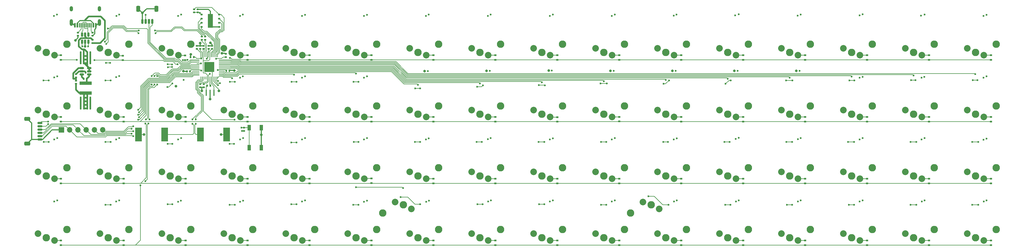
<source format=gbr>
%TF.GenerationSoftware,KiCad,Pcbnew,7.0.9*%
%TF.CreationDate,2024-03-08T04:18:56-05:00*%
%TF.ProjectId,HardLight,48617264-4c69-4676-9874-2e6b69636164,Mark 2 Rev F*%
%TF.SameCoordinates,Original*%
%TF.FileFunction,Copper,L4,Bot*%
%TF.FilePolarity,Positive*%
%FSLAX46Y46*%
G04 Gerber Fmt 4.6, Leading zero omitted, Abs format (unit mm)*
G04 Created by KiCad (PCBNEW 7.0.9) date 2024-03-08 04:18:56*
%MOMM*%
%LPD*%
G01*
G04 APERTURE LIST*
G04 Aperture macros list*
%AMRoundRect*
0 Rectangle with rounded corners*
0 $1 Rounding radius*
0 $2 $3 $4 $5 $6 $7 $8 $9 X,Y pos of 4 corners*
0 Add a 4 corners polygon primitive as box body*
4,1,4,$2,$3,$4,$5,$6,$7,$8,$9,$2,$3,0*
0 Add four circle primitives for the rounded corners*
1,1,$1+$1,$2,$3*
1,1,$1+$1,$4,$5*
1,1,$1+$1,$6,$7*
1,1,$1+$1,$8,$9*
0 Add four rect primitives between the rounded corners*
20,1,$1+$1,$2,$3,$4,$5,0*
20,1,$1+$1,$4,$5,$6,$7,0*
20,1,$1+$1,$6,$7,$8,$9,0*
20,1,$1+$1,$8,$9,$2,$3,0*%
G04 Aperture macros list end*
%TA.AperFunction,ComponentPad*%
%ADD10C,2.286000*%
%TD*%
%TA.AperFunction,ComponentPad*%
%ADD11C,2.032000*%
%TD*%
%TA.AperFunction,SMDPad,CuDef*%
%ADD12RoundRect,0.147500X0.172500X-0.147500X0.172500X0.147500X-0.172500X0.147500X-0.172500X-0.147500X0*%
%TD*%
%TA.AperFunction,SMDPad,CuDef*%
%ADD13RoundRect,0.147500X-0.172500X0.147500X-0.172500X-0.147500X0.172500X-0.147500X0.172500X0.147500X0*%
%TD*%
%TA.AperFunction,SMDPad,CuDef*%
%ADD14RoundRect,0.147500X-0.147500X-0.172500X0.147500X-0.172500X0.147500X0.172500X-0.147500X0.172500X0*%
%TD*%
%TA.AperFunction,SMDPad,CuDef*%
%ADD15RoundRect,0.050000X0.387500X0.050000X-0.387500X0.050000X-0.387500X-0.050000X0.387500X-0.050000X0*%
%TD*%
%TA.AperFunction,SMDPad,CuDef*%
%ADD16RoundRect,0.050000X0.050000X0.387500X-0.050000X0.387500X-0.050000X-0.387500X0.050000X-0.387500X0*%
%TD*%
%TA.AperFunction,SMDPad,CuDef*%
%ADD17R,3.050000X3.050000*%
%TD*%
%TA.AperFunction,SMDPad,CuDef*%
%ADD18R,0.700000X0.600000*%
%TD*%
%TA.AperFunction,SMDPad,CuDef*%
%ADD19RoundRect,0.147500X0.147500X0.172500X-0.147500X0.172500X-0.147500X-0.172500X0.147500X-0.172500X0*%
%TD*%
%TA.AperFunction,SMDPad,CuDef*%
%ADD20R,0.600000X1.450000*%
%TD*%
%TA.AperFunction,SMDPad,CuDef*%
%ADD21R,0.300000X1.450000*%
%TD*%
%TA.AperFunction,ComponentPad*%
%ADD22O,1.000000X1.600000*%
%TD*%
%TA.AperFunction,ComponentPad*%
%ADD23O,1.000000X2.100000*%
%TD*%
%TA.AperFunction,SMDPad,CuDef*%
%ADD24R,2.000000X4.200000*%
%TD*%
%TA.AperFunction,SMDPad,CuDef*%
%ADD25RoundRect,0.150000X-0.150000X-0.625000X0.150000X-0.625000X0.150000X0.625000X-0.150000X0.625000X0*%
%TD*%
%TA.AperFunction,SMDPad,CuDef*%
%ADD26RoundRect,0.250000X-0.350000X-0.650000X0.350000X-0.650000X0.350000X0.650000X-0.350000X0.650000X0*%
%TD*%
%TA.AperFunction,SMDPad,CuDef*%
%ADD27RoundRect,0.125000X0.250000X0.125000X-0.250000X0.125000X-0.250000X-0.125000X0.250000X-0.125000X0*%
%TD*%
%TA.AperFunction,SMDPad,CuDef*%
%ADD28R,1.587400X4.300000*%
%TD*%
%TA.AperFunction,SMDPad,CuDef*%
%ADD29R,3.700000X1.100000*%
%TD*%
%TA.AperFunction,SMDPad,CuDef*%
%ADD30R,0.400000X1.900000*%
%TD*%
%TA.AperFunction,SMDPad,CuDef*%
%ADD31RoundRect,0.150000X-0.512500X-0.150000X0.512500X-0.150000X0.512500X0.150000X-0.512500X0.150000X0*%
%TD*%
%TA.AperFunction,SMDPad,CuDef*%
%ADD32RoundRect,0.150000X0.150000X-0.512500X0.150000X0.512500X-0.150000X0.512500X-0.150000X-0.512500X0*%
%TD*%
%TA.AperFunction,SMDPad,CuDef*%
%ADD33R,1.100000X1.800000*%
%TD*%
%TA.AperFunction,ComponentPad*%
%ADD34R,1.700000X1.700000*%
%TD*%
%TA.AperFunction,ComponentPad*%
%ADD35O,1.700000X1.700000*%
%TD*%
%TA.AperFunction,SMDPad,CuDef*%
%ADD36RoundRect,0.150000X0.625000X-0.150000X0.625000X0.150000X-0.625000X0.150000X-0.625000X-0.150000X0*%
%TD*%
%TA.AperFunction,SMDPad,CuDef*%
%ADD37RoundRect,0.250000X0.650000X-0.350000X0.650000X0.350000X-0.650000X0.350000X-0.650000X-0.350000X0*%
%TD*%
%TA.AperFunction,ViaPad*%
%ADD38C,0.600000*%
%TD*%
%TA.AperFunction,ViaPad*%
%ADD39C,0.800000*%
%TD*%
%TA.AperFunction,Conductor*%
%ADD40C,0.300000*%
%TD*%
%TA.AperFunction,Conductor*%
%ADD41C,0.200000*%
%TD*%
%TA.AperFunction,Conductor*%
%ADD42C,0.500000*%
%TD*%
G04 APERTURE END LIST*
D10*
%TO.P,K2,1*%
%TO.N,14*%
X55403750Y-86042500D03*
D11*
X52943750Y-84762500D03*
D10*
%TO.P,K2,2*%
%TO.N,Net-(D2-A)*%
X61753750Y-83502500D03*
D11*
X57943750Y-86862500D03*
%TD*%
D10*
%TO.P,K3,1*%
%TO.N,13*%
X74453750Y-86029800D03*
D11*
X71993750Y-84749800D03*
D10*
%TO.P,K3,2*%
%TO.N,Net-(D3-A)*%
X80803750Y-83489800D03*
D11*
X76993750Y-86849800D03*
%TD*%
D10*
%TO.P,K6,1*%
%TO.N,10*%
X131603750Y-86042500D03*
D11*
X129143750Y-84762500D03*
D10*
%TO.P,K6,2*%
%TO.N,Net-(D6-A)*%
X137953750Y-83502500D03*
D11*
X134143750Y-86862500D03*
%TD*%
D10*
%TO.P,K7,1*%
%TO.N,9*%
X150653750Y-86042500D03*
D11*
X148193750Y-84762500D03*
D10*
%TO.P,K7,2*%
%TO.N,Net-(D7-A)*%
X157003750Y-83502500D03*
D11*
X153193750Y-86862500D03*
%TD*%
D10*
%TO.P,K8,1*%
%TO.N,8*%
X169703750Y-86042500D03*
D11*
X167243750Y-84762500D03*
D10*
%TO.P,K8,2*%
%TO.N,Net-(D8-A)*%
X176053750Y-83502500D03*
D11*
X172243750Y-86862500D03*
%TD*%
D10*
%TO.P,K9,1*%
%TO.N,7*%
X188753750Y-86042500D03*
D11*
X186293750Y-84762500D03*
D10*
%TO.P,K9,2*%
%TO.N,Net-(D9-A)*%
X195103750Y-83502500D03*
D11*
X191293750Y-86862500D03*
%TD*%
D10*
%TO.P,K10,1*%
%TO.N,6*%
X207803750Y-86042500D03*
D11*
X205343750Y-84762500D03*
D10*
%TO.P,K10,2*%
%TO.N,Net-(D10-A)*%
X214153750Y-83502500D03*
D11*
X210343750Y-86862500D03*
%TD*%
D10*
%TO.P,K11,1*%
%TO.N,5*%
X226853750Y-86042500D03*
D11*
X224393750Y-84762500D03*
D10*
%TO.P,K11,2*%
%TO.N,Net-(D11-A)*%
X233203750Y-83502500D03*
D11*
X229393750Y-86862500D03*
%TD*%
D10*
%TO.P,K12,1*%
%TO.N,4*%
X245903750Y-86042500D03*
D11*
X243443750Y-84762500D03*
D10*
%TO.P,K12,2*%
%TO.N,Net-(D12-A)*%
X252253750Y-83502500D03*
D11*
X248443750Y-86862500D03*
%TD*%
D10*
%TO.P,K13,1*%
%TO.N,3*%
X264953750Y-86042500D03*
D11*
X262493750Y-84762500D03*
D10*
%TO.P,K13,2*%
%TO.N,Net-(D13-A)*%
X271303750Y-83502500D03*
D11*
X267493750Y-86862500D03*
%TD*%
D10*
%TO.P,K14,1*%
%TO.N,2*%
X284003750Y-86042500D03*
D11*
X281543750Y-84762500D03*
D10*
%TO.P,K14,2*%
%TO.N,Net-(D14-A)*%
X290353750Y-83502500D03*
D11*
X286543750Y-86862500D03*
%TD*%
D10*
%TO.P,K15,1*%
%TO.N,1*%
X303053750Y-86042500D03*
D11*
X300593750Y-84762500D03*
D10*
%TO.P,K15,2*%
%TO.N,Net-(D15-A)*%
X309403750Y-83502500D03*
D11*
X305593750Y-86862500D03*
%TD*%
D10*
%TO.P,K16,1*%
%TO.N,0*%
X322103750Y-86042500D03*
D11*
X319643750Y-84762500D03*
D10*
%TO.P,K16,2*%
%TO.N,Net-(D16-A)*%
X328453750Y-83502500D03*
D11*
X324643750Y-86862500D03*
%TD*%
D10*
%TO.P,K17,1*%
%TO.N,15*%
X36353750Y-105092500D03*
D11*
X33893750Y-103812500D03*
D10*
%TO.P,K17,2*%
%TO.N,Net-(D17-A)*%
X42703750Y-102552500D03*
D11*
X38893750Y-105912500D03*
%TD*%
D10*
%TO.P,K18,1*%
%TO.N,14*%
X55403750Y-105092500D03*
D11*
X52943750Y-103812500D03*
D10*
%TO.P,K18,2*%
%TO.N,Net-(D18-A)*%
X61753750Y-102552500D03*
D11*
X57943750Y-105912500D03*
%TD*%
D10*
%TO.P,K19,1*%
%TO.N,13*%
X74453750Y-105092500D03*
D11*
X71993750Y-103812500D03*
D10*
%TO.P,K19,2*%
%TO.N,Net-(D19-A)*%
X80803750Y-102552500D03*
D11*
X76993750Y-105912500D03*
%TD*%
D10*
%TO.P,K22,1*%
%TO.N,10*%
X131603750Y-105092500D03*
D11*
X129143750Y-103812500D03*
D10*
%TO.P,K22,2*%
%TO.N,Net-(D22-A)*%
X137953750Y-102552500D03*
D11*
X134143750Y-105912500D03*
%TD*%
D10*
%TO.P,K23,1*%
%TO.N,9*%
X150653750Y-105092500D03*
D11*
X148193750Y-103812500D03*
D10*
%TO.P,K23,2*%
%TO.N,Net-(D23-A)*%
X157003750Y-102552500D03*
D11*
X153193750Y-105912500D03*
%TD*%
D10*
%TO.P,K24,1*%
%TO.N,8*%
X169703750Y-105092500D03*
D11*
X167243750Y-103812500D03*
D10*
%TO.P,K24,2*%
%TO.N,Net-(D24-A)*%
X176053750Y-102552500D03*
D11*
X172243750Y-105912500D03*
%TD*%
D10*
%TO.P,K25,1*%
%TO.N,7*%
X188753750Y-105092500D03*
D11*
X186293750Y-103812500D03*
D10*
%TO.P,K25,2*%
%TO.N,Net-(D25-A)*%
X195103750Y-102552500D03*
D11*
X191293750Y-105912500D03*
%TD*%
D10*
%TO.P,K26,1*%
%TO.N,6*%
X207803750Y-105092500D03*
D11*
X205343750Y-103812500D03*
D10*
%TO.P,K26,2*%
%TO.N,Net-(D26-A)*%
X214153750Y-102552500D03*
D11*
X210343750Y-105912500D03*
%TD*%
D10*
%TO.P,K27,1*%
%TO.N,5*%
X226853750Y-105092500D03*
D11*
X224393750Y-103812500D03*
D10*
%TO.P,K27,2*%
%TO.N,Net-(D27-A)*%
X233203750Y-102552500D03*
D11*
X229393750Y-105912500D03*
%TD*%
D10*
%TO.P,K28,1*%
%TO.N,4*%
X245903750Y-105092500D03*
D11*
X243443750Y-103812500D03*
D10*
%TO.P,K28,2*%
%TO.N,Net-(D28-A)*%
X252253750Y-102552500D03*
D11*
X248443750Y-105912500D03*
%TD*%
D10*
%TO.P,K29,1*%
%TO.N,3*%
X264953750Y-105092500D03*
D11*
X262493750Y-103812500D03*
D10*
%TO.P,K29,2*%
%TO.N,Net-(D29-A)*%
X271303750Y-102552500D03*
D11*
X267493750Y-105912500D03*
%TD*%
D10*
%TO.P,K30,1*%
%TO.N,2*%
X284003750Y-105092500D03*
D11*
X281543750Y-103812500D03*
D10*
%TO.P,K30,2*%
%TO.N,Net-(D30-A)*%
X290353750Y-102552500D03*
D11*
X286543750Y-105912500D03*
%TD*%
D10*
%TO.P,K31,1*%
%TO.N,1*%
X303053750Y-105092500D03*
D11*
X300593750Y-103812500D03*
D10*
%TO.P,K31,2*%
%TO.N,Net-(D31-A)*%
X309403750Y-102552500D03*
D11*
X305593750Y-105912500D03*
%TD*%
D10*
%TO.P,K32,1*%
%TO.N,0*%
X322103750Y-105092500D03*
D11*
X319643750Y-103812500D03*
D10*
%TO.P,K32,2*%
%TO.N,Net-(D32-A)*%
X328453750Y-102552500D03*
D11*
X324643750Y-105912500D03*
%TD*%
D10*
%TO.P,K33,1*%
%TO.N,15*%
X36353750Y-124142500D03*
D11*
X33893750Y-122862500D03*
D10*
%TO.P,K33,2*%
%TO.N,Net-(D33-A)*%
X42703750Y-121602500D03*
D11*
X38893750Y-124962500D03*
%TD*%
D10*
%TO.P,K34,1*%
%TO.N,14*%
X55403750Y-124142500D03*
D11*
X52943750Y-122862500D03*
D10*
%TO.P,K34,2*%
%TO.N,Net-(D34-A)*%
X61753750Y-121602500D03*
D11*
X57943750Y-124962500D03*
%TD*%
D10*
%TO.P,K35,1*%
%TO.N,13*%
X74453750Y-124142500D03*
D11*
X71993750Y-122862500D03*
D10*
%TO.P,K35,2*%
%TO.N,Net-(D35-A)*%
X80803750Y-121602500D03*
D11*
X76993750Y-124962500D03*
%TD*%
D10*
%TO.P,K36,1*%
%TO.N,12*%
X93503750Y-124142500D03*
D11*
X91043750Y-122862500D03*
D10*
%TO.P,K36,2*%
%TO.N,Net-(D36-A)*%
X99853750Y-121602500D03*
D11*
X96043750Y-124962500D03*
%TD*%
D10*
%TO.P,K37,1*%
%TO.N,11*%
X112553750Y-124142500D03*
D11*
X110093750Y-122862500D03*
D10*
%TO.P,K37,2*%
%TO.N,Net-(D37-A)*%
X118903750Y-121602500D03*
D11*
X115093750Y-124962500D03*
%TD*%
D10*
%TO.P,K38,1*%
%TO.N,10*%
X131603750Y-124142500D03*
D11*
X129143750Y-122862500D03*
D10*
%TO.P,K38,2*%
%TO.N,Net-(D38-A)*%
X137953750Y-121602500D03*
D11*
X134143750Y-124962500D03*
%TD*%
D10*
%TO.P,K39,1*%
%TO.N,9*%
X150653750Y-124142500D03*
D11*
X148193750Y-122862500D03*
D10*
%TO.P,K39,2*%
%TO.N,Net-(D39-A)*%
X157003750Y-121602500D03*
D11*
X153193750Y-124962500D03*
%TD*%
D10*
%TO.P,K40,1*%
%TO.N,8*%
X169703750Y-124142500D03*
D11*
X167243750Y-122862500D03*
D10*
%TO.P,K40,2*%
%TO.N,Net-(D40-A)*%
X176053750Y-121602500D03*
D11*
X172243750Y-124962500D03*
%TD*%
D10*
%TO.P,K41,1*%
%TO.N,7*%
X188753750Y-124142500D03*
D11*
X186293750Y-122862500D03*
D10*
%TO.P,K41,2*%
%TO.N,Net-(D41-A)*%
X195103750Y-121602500D03*
D11*
X191293750Y-124962500D03*
%TD*%
D10*
%TO.P,K42,1*%
%TO.N,6*%
X207803750Y-124142500D03*
D11*
X205343750Y-122862500D03*
D10*
%TO.P,K42,2*%
%TO.N,Net-(D42-A)*%
X214153750Y-121602500D03*
D11*
X210343750Y-124962500D03*
%TD*%
D10*
%TO.P,K43,1*%
%TO.N,5*%
X226853750Y-124142500D03*
D11*
X224393750Y-122862500D03*
D10*
%TO.P,K43,2*%
%TO.N,Net-(D43-A)*%
X233203750Y-121602500D03*
D11*
X229393750Y-124962500D03*
%TD*%
D10*
%TO.P,K44,1*%
%TO.N,4*%
X245903750Y-124142500D03*
D11*
X243443750Y-122862500D03*
D10*
%TO.P,K44,2*%
%TO.N,Net-(D44-A)*%
X252253750Y-121602500D03*
D11*
X248443750Y-124962500D03*
%TD*%
D10*
%TO.P,K45,1*%
%TO.N,3*%
X264953750Y-124142500D03*
D11*
X262493750Y-122862500D03*
D10*
%TO.P,K45,2*%
%TO.N,Net-(D45-A)*%
X271303750Y-121602500D03*
D11*
X267493750Y-124962500D03*
%TD*%
D10*
%TO.P,K46,1*%
%TO.N,2*%
X284003750Y-124142500D03*
D11*
X281543750Y-122862500D03*
D10*
%TO.P,K46,2*%
%TO.N,Net-(D46-A)*%
X290353750Y-121602500D03*
D11*
X286543750Y-124962500D03*
%TD*%
D10*
%TO.P,K47,1*%
%TO.N,1*%
X303053750Y-124142500D03*
D11*
X300593750Y-122862500D03*
D10*
%TO.P,K47,2*%
%TO.N,Net-(D47-A)*%
X309403750Y-121602500D03*
D11*
X305593750Y-124962500D03*
%TD*%
D10*
%TO.P,K48,1*%
%TO.N,0*%
X322103750Y-124142500D03*
D11*
X319643750Y-122862500D03*
D10*
%TO.P,K48,2*%
%TO.N,Net-(D48-A)*%
X328453750Y-121602500D03*
D11*
X324643750Y-124962500D03*
%TD*%
D10*
%TO.P,K49,1*%
%TO.N,15*%
X36353750Y-143192500D03*
D11*
X33893750Y-141912500D03*
D10*
%TO.P,K49,2*%
%TO.N,Net-(D49-A)*%
X42703750Y-140652500D03*
D11*
X38893750Y-144012500D03*
%TD*%
D10*
%TO.P,K50,1*%
%TO.N,14*%
X55403750Y-143192500D03*
D11*
X52943750Y-141912500D03*
D10*
%TO.P,K50,2*%
%TO.N,Net-(D50-A)*%
X61753750Y-140652500D03*
D11*
X57943750Y-144012500D03*
%TD*%
D10*
%TO.P,K51,1*%
%TO.N,13*%
X74453750Y-143192500D03*
D11*
X71993750Y-141912500D03*
D10*
%TO.P,K51,2*%
%TO.N,Net-(D51-A)*%
X80803750Y-140652500D03*
D11*
X76993750Y-144012500D03*
%TD*%
D10*
%TO.P,K52,1*%
%TO.N,12*%
X93503750Y-143192500D03*
D11*
X91043750Y-141912500D03*
D10*
%TO.P,K52,2*%
%TO.N,Net-(D52-A)*%
X99853750Y-140652500D03*
D11*
X96043750Y-144012500D03*
%TD*%
D10*
%TO.P,K53,1*%
%TO.N,11*%
X112553750Y-143192500D03*
D11*
X110093750Y-141912500D03*
D10*
%TO.P,K53,2*%
%TO.N,Net-(D53-A)*%
X118903750Y-140652500D03*
D11*
X115093750Y-144012500D03*
%TD*%
D10*
%TO.P,K54,1*%
%TO.N,10*%
X131603750Y-143192500D03*
D11*
X129143750Y-141912500D03*
D10*
%TO.P,K54,2*%
%TO.N,Net-(D54-A)*%
X137953750Y-140652500D03*
D11*
X134143750Y-144012500D03*
%TD*%
D10*
%TO.P,K55,1*%
%TO.N,9*%
X150653750Y-143192500D03*
D11*
X148193750Y-141912500D03*
D10*
%TO.P,K55,2*%
%TO.N,Net-(D55-A)*%
X157003750Y-140652500D03*
D11*
X153193750Y-144012500D03*
%TD*%
D10*
%TO.P,K56,1*%
%TO.N,8*%
X169703750Y-143192500D03*
D11*
X167243750Y-141912500D03*
D10*
%TO.P,K56,2*%
%TO.N,Net-(D56-A)*%
X176053750Y-140652500D03*
D11*
X172243750Y-144012500D03*
%TD*%
D10*
%TO.P,K57,1*%
%TO.N,7*%
X188753750Y-143192500D03*
D11*
X186293750Y-141912500D03*
D10*
%TO.P,K57,2*%
%TO.N,Net-(D57-A)*%
X195103750Y-140652500D03*
D11*
X191293750Y-144012500D03*
%TD*%
D10*
%TO.P,K58,1*%
%TO.N,6*%
X207803750Y-143192500D03*
D11*
X205343750Y-141912500D03*
D10*
%TO.P,K58,2*%
%TO.N,Net-(D58-A)*%
X214153750Y-140652500D03*
D11*
X210343750Y-144012500D03*
%TD*%
D10*
%TO.P,K59,1*%
%TO.N,5*%
X226853750Y-143192500D03*
D11*
X224393750Y-141912500D03*
D10*
%TO.P,K59,2*%
%TO.N,Net-(D59-A)*%
X233203750Y-140652500D03*
D11*
X229393750Y-144012500D03*
%TD*%
D10*
%TO.P,K60,1*%
%TO.N,4*%
X245903750Y-143192500D03*
D11*
X243443750Y-141912500D03*
D10*
%TO.P,K60,2*%
%TO.N,Net-(D60-A)*%
X252253750Y-140652500D03*
D11*
X248443750Y-144012500D03*
%TD*%
D10*
%TO.P,K61,1*%
%TO.N,3*%
X264953750Y-143192500D03*
D11*
X262493750Y-141912500D03*
D10*
%TO.P,K61,2*%
%TO.N,Net-(D61-A)*%
X271303750Y-140652500D03*
D11*
X267493750Y-144012500D03*
%TD*%
D10*
%TO.P,K62,1*%
%TO.N,2*%
X284003750Y-143192500D03*
D11*
X281543750Y-141912500D03*
D10*
%TO.P,K62,2*%
%TO.N,Net-(D62-A)*%
X290353750Y-140652500D03*
D11*
X286543750Y-144012500D03*
%TD*%
D10*
%TO.P,K63,1*%
%TO.N,1*%
X303053750Y-143192500D03*
D11*
X300593750Y-141912500D03*
D10*
%TO.P,K63,2*%
%TO.N,Net-(D63-A)*%
X309403750Y-140652500D03*
D11*
X305593750Y-144012500D03*
%TD*%
D10*
%TO.P,K64,1*%
%TO.N,0*%
X322103750Y-143192500D03*
D11*
X319643750Y-141912500D03*
D10*
%TO.P,K64,2*%
%TO.N,Net-(D64-A)*%
X328453750Y-140652500D03*
D11*
X324643750Y-144012500D03*
%TD*%
D10*
%TO.P,K1,1*%
%TO.N,15*%
X36353750Y-86042500D03*
D11*
X33893750Y-84762500D03*
D10*
%TO.P,K1,2*%
%TO.N,Net-(D1-A)*%
X42703750Y-83502500D03*
D11*
X38893750Y-86862500D03*
%TD*%
D10*
%TO.P,K4,1*%
%TO.N,12*%
X93503750Y-86042500D03*
D11*
X91043750Y-84762500D03*
D10*
%TO.P,K4,2*%
%TO.N,Net-(D4-A)*%
X99853750Y-83502500D03*
D11*
X96043750Y-86862500D03*
%TD*%
D10*
%TO.P,K5,1*%
%TO.N,11*%
X112553750Y-86042500D03*
D11*
X110093750Y-84762500D03*
D10*
%TO.P,K5,2*%
%TO.N,Net-(D5-A)*%
X118903750Y-83502500D03*
D11*
X115093750Y-86862500D03*
%TD*%
D10*
%TO.P,K21,1*%
%TO.N,11*%
X112553750Y-105092500D03*
D11*
X110093750Y-103812500D03*
D10*
%TO.P,K21,2*%
%TO.N,Net-(D21-A)*%
X118903750Y-102552500D03*
D11*
X115093750Y-105912500D03*
%TD*%
D10*
%TO.P,K20,1*%
%TO.N,12*%
X93503750Y-105092500D03*
D11*
X91043750Y-103812500D03*
D10*
%TO.P,K20,2*%
%TO.N,Net-(D20-A)*%
X99853750Y-102552500D03*
D11*
X96043750Y-105912500D03*
%TD*%
D10*
%TO.P,K54.1,1*%
%TO.N,10*%
X146208750Y-133032500D03*
D11*
X148668750Y-134312500D03*
D10*
%TO.P,K54.1,2*%
%TO.N,Net-(D54-A)*%
X139858750Y-135572500D03*
D11*
X143668750Y-132212500D03*
%TD*%
D10*
%TO.P,K58.1,1*%
%TO.N,6*%
X222408750Y-133032500D03*
D11*
X224868750Y-134312500D03*
D10*
%TO.P,K58.1,2*%
%TO.N,Net-(D58-A)*%
X216058750Y-135572500D03*
D11*
X219868750Y-132212500D03*
%TD*%
D12*
%TO.P,C1,1*%
%TO.N,+3V3*%
X83693000Y-84940000D03*
%TO.P,C1,2*%
%TO.N,GND*%
X83693000Y-83970000D03*
%TD*%
D13*
%TO.P,C2,1*%
%TO.N,+3V3*%
X84836000Y-95781000D03*
%TO.P,C2,2*%
%TO.N,GND*%
X84836000Y-96751000D03*
%TD*%
D14*
%TO.P,C3,1*%
%TO.N,+3V3*%
X91733750Y-91712500D03*
%TO.P,C3,2*%
%TO.N,GND*%
X92703750Y-91712500D03*
%TD*%
D12*
%TO.P,C6,1*%
%TO.N,+3V3*%
X91568750Y-87472500D03*
%TO.P,C6,2*%
%TO.N,GND*%
X91568750Y-86502500D03*
%TD*%
%TO.P,C8,1*%
%TO.N,+3V3*%
X86368750Y-84937500D03*
%TO.P,C8,2*%
%TO.N,GND*%
X86368750Y-83967500D03*
%TD*%
D15*
%TO.P,U0,1,IOVDD*%
%TO.N,+3V3*%
X89924500Y-87887500D03*
%TO.P,U0,2,GPIO0*%
%TO.N,0*%
X89924500Y-88287500D03*
%TO.P,U0,3,GPIO1*%
%TO.N,1*%
X89924500Y-88687500D03*
%TO.P,U0,4,GPIO2*%
%TO.N,2*%
X89924500Y-89087500D03*
%TO.P,U0,5,GPIO3*%
%TO.N,3*%
X89924500Y-89487500D03*
%TO.P,U0,6,GPIO4*%
%TO.N,4*%
X89924500Y-89887500D03*
%TO.P,U0,7,GPIO5*%
%TO.N,5*%
X89924500Y-90287500D03*
%TO.P,U0,8,GPIO6*%
%TO.N,6*%
X89924500Y-90687500D03*
%TO.P,U0,9,GPIO7*%
%TO.N,7*%
X89924500Y-91087500D03*
%TO.P,U0,10,IOVDD*%
%TO.N,+3V3*%
X89924500Y-91487500D03*
%TO.P,U0,11,GPIO8*%
%TO.N,8*%
X89924500Y-91887500D03*
%TO.P,U0,12,GPIO9*%
%TO.N,9*%
X89924500Y-92287500D03*
%TO.P,U0,13,GPIO10*%
%TO.N,10*%
X89924500Y-92687500D03*
%TO.P,U0,14,GPIO11*%
%TO.N,11*%
X89924500Y-93087500D03*
D16*
%TO.P,U0,15,GPIO12*%
%TO.N,12*%
X89087000Y-93925000D03*
%TO.P,U0,16,GPIO13*%
%TO.N,13*%
X88687000Y-93925000D03*
%TO.P,U0,17,GPIO14*%
%TO.N,14*%
X88287000Y-93925000D03*
%TO.P,U0,18,GPIO15*%
%TO.N,15*%
X87887000Y-93925000D03*
%TO.P,U0,19,TESTEN*%
%TO.N,GND*%
X87487000Y-93925000D03*
%TO.P,U0,20,XIN*%
%TO.N,XIN*%
X87087000Y-93925000D03*
%TO.P,U0,21,XOUT*%
%TO.N,XOUT*%
X86687000Y-93925000D03*
%TO.P,U0,22,IOVDD*%
%TO.N,+3V3*%
X86287000Y-93925000D03*
%TO.P,U0,23,DVDD*%
%TO.N,+1V1*%
X85887000Y-93925000D03*
%TO.P,U0,24,SWCLK*%
%TO.N,unconnected-(U0-SWCLK-Pad24)*%
X85487000Y-93925000D03*
%TO.P,U0,25,SWDIO*%
%TO.N,unconnected-(U0-SWDIO-Pad25)*%
X85087000Y-93925000D03*
%TO.P,U0,26,RUN*%
%TO.N,~{RESET}*%
X84687000Y-93925000D03*
%TO.P,U0,27,GPIO16*%
%TO.N,16*%
X84287000Y-93925000D03*
%TO.P,U0,28,GPIO17*%
%TO.N,17*%
X83887000Y-93925000D03*
D15*
%TO.P,U0,29,GPIO18*%
%TO.N,18*%
X83049500Y-93087500D03*
%TO.P,U0,30,GPIO19*%
%TO.N,19*%
X83049500Y-92687500D03*
%TO.P,U0,31,GPIO20*%
%TO.N,20*%
X83049500Y-92287500D03*
%TO.P,U0,32,GPIO21*%
%TO.N,21*%
X83049500Y-91887500D03*
%TO.P,U0,33,IOVDD*%
%TO.N,+3V3*%
X83049500Y-91487500D03*
%TO.P,U0,34,GPIO22*%
%TO.N,22*%
X83049500Y-91087500D03*
%TO.P,U0,35,GPIO23*%
%TO.N,23*%
X83049500Y-90687500D03*
%TO.P,U0,36,GPIO24*%
%TO.N,24*%
X83049500Y-90287500D03*
%TO.P,U0,37,GPIO25*%
%TO.N,25*%
X83049500Y-89887500D03*
%TO.P,U0,38,GPIO26/ADC0*%
%TO.N,26{slash}A0*%
X83049500Y-89487500D03*
%TO.P,U0,39,GPIO27/ADC1*%
%TO.N,27{slash}A1*%
X83049500Y-89087500D03*
%TO.P,U0,40,GPIO28/ADC2*%
%TO.N,28{slash}A2*%
X83049500Y-88687500D03*
%TO.P,U0,41,GPIO29/ADC3*%
%TO.N,29{slash}A3*%
X83049500Y-88287500D03*
%TO.P,U0,42,IOVDD*%
%TO.N,+3V3*%
X83049500Y-87887500D03*
D16*
%TO.P,U0,43,ADC_AVDD*%
X83887000Y-87050000D03*
%TO.P,U0,44,VREG_VIN*%
X84287000Y-87050000D03*
%TO.P,U0,45,VREG_VOUT*%
%TO.N,+1V1*%
X84687000Y-87050000D03*
%TO.P,U0,46,USB_DM*%
%TO.N,DR-*%
X85087000Y-87050000D03*
%TO.P,U0,47,USB_DP*%
%TO.N,DR+*%
X85487000Y-87050000D03*
%TO.P,U0,48,USB_VDD*%
%TO.N,+3V3*%
X85887000Y-87050000D03*
%TO.P,U0,49,IOVDD*%
X86287000Y-87050000D03*
%TO.P,U0,50,DVDD*%
%TO.N,+1V1*%
X86687000Y-87050000D03*
%TO.P,U0,51,QSPI_SD3*%
%TO.N,SD3*%
X87087000Y-87050000D03*
%TO.P,U0,52,QSPI_SCLK*%
%TO.N,CLOCK*%
X87487000Y-87050000D03*
%TO.P,U0,53,QSPI_SD0*%
%TO.N,SD0*%
X87887000Y-87050000D03*
%TO.P,U0,54,QSPI_SD2*%
%TO.N,SD2*%
X88287000Y-87050000D03*
%TO.P,U0,55,QSPI_SD1*%
%TO.N,SD1*%
X88687000Y-87050000D03*
%TO.P,U0,56,QSPI_SS_N*%
%TO.N,CS*%
X89087000Y-87050000D03*
D17*
%TO.P,U0,57,GND*%
%TO.N,GND*%
X86487000Y-90487500D03*
%TD*%
D12*
%TO.P,C7,1*%
%TO.N,+3V3*%
X82677000Y-84940000D03*
%TO.P,C7,2*%
%TO.N,GND*%
X82677000Y-83970000D03*
%TD*%
D18*
%TO.P,D1,1,K*%
%TO.N,26{slash}A0*%
X40918750Y-88287500D03*
%TO.P,D1,2,A*%
%TO.N,Net-(D1-A)*%
X40918750Y-86887500D03*
%TD*%
%TO.P,D2,1,K*%
%TO.N,26{slash}A0*%
X59918750Y-88437500D03*
%TO.P,D2,2,A*%
%TO.N,Net-(D2-A)*%
X59918750Y-87037500D03*
%TD*%
%TO.P,D3,1,K*%
%TO.N,26{slash}A0*%
X79068750Y-88387500D03*
%TO.P,D3,2,A*%
%TO.N,Net-(D3-A)*%
X79068750Y-86987500D03*
%TD*%
%TO.P,D4,1,K*%
%TO.N,26{slash}A0*%
X98318750Y-88287500D03*
%TO.P,D4,2,A*%
%TO.N,Net-(D4-A)*%
X98318750Y-86887500D03*
%TD*%
%TO.P,D5,1,K*%
%TO.N,26{slash}A0*%
X117368750Y-88287500D03*
%TO.P,D5,2,A*%
%TO.N,Net-(D5-A)*%
X117368750Y-86887500D03*
%TD*%
%TO.P,D6,1,K*%
%TO.N,26{slash}A0*%
X136418750Y-88287500D03*
%TO.P,D6,2,A*%
%TO.N,Net-(D6-A)*%
X136418750Y-86887500D03*
%TD*%
%TO.P,D7,1,K*%
%TO.N,26{slash}A0*%
X155468750Y-88287500D03*
%TO.P,D7,2,A*%
%TO.N,Net-(D7-A)*%
X155468750Y-86887500D03*
%TD*%
%TO.P,D8,1,K*%
%TO.N,26{slash}A0*%
X174518750Y-88287500D03*
%TO.P,D8,2,A*%
%TO.N,Net-(D8-A)*%
X174518750Y-86887500D03*
%TD*%
%TO.P,D9,1,K*%
%TO.N,26{slash}A0*%
X193568750Y-88287500D03*
%TO.P,D9,2,A*%
%TO.N,Net-(D9-A)*%
X193568750Y-86887500D03*
%TD*%
%TO.P,D10,1,K*%
%TO.N,26{slash}A0*%
X212618750Y-88287500D03*
%TO.P,D10,2,A*%
%TO.N,Net-(D10-A)*%
X212618750Y-86887500D03*
%TD*%
%TO.P,D11,1,K*%
%TO.N,26{slash}A0*%
X231668750Y-88287500D03*
%TO.P,D11,2,A*%
%TO.N,Net-(D11-A)*%
X231668750Y-86887500D03*
%TD*%
%TO.P,D12,1,K*%
%TO.N,26{slash}A0*%
X250718750Y-88287500D03*
%TO.P,D12,2,A*%
%TO.N,Net-(D12-A)*%
X250718750Y-86887500D03*
%TD*%
%TO.P,D13,1,K*%
%TO.N,26{slash}A0*%
X269768750Y-88287500D03*
%TO.P,D13,2,A*%
%TO.N,Net-(D13-A)*%
X269768750Y-86887500D03*
%TD*%
%TO.P,D14,1,K*%
%TO.N,26{slash}A0*%
X288818750Y-88287500D03*
%TO.P,D14,2,A*%
%TO.N,Net-(D14-A)*%
X288818750Y-86887500D03*
%TD*%
%TO.P,D15,1,K*%
%TO.N,26{slash}A0*%
X307868750Y-88287500D03*
%TO.P,D15,2,A*%
%TO.N,Net-(D15-A)*%
X307868750Y-86887500D03*
%TD*%
%TO.P,D16,1,K*%
%TO.N,26{slash}A0*%
X326918750Y-88287500D03*
%TO.P,D16,2,A*%
%TO.N,Net-(D16-A)*%
X326918750Y-86887500D03*
%TD*%
%TO.P,D17,1,K*%
%TO.N,25*%
X40918750Y-107337500D03*
%TO.P,D17,2,A*%
%TO.N,Net-(D17-A)*%
X40918750Y-105937500D03*
%TD*%
%TO.P,D18,1,K*%
%TO.N,25*%
X60218750Y-107337500D03*
%TO.P,D18,2,A*%
%TO.N,Net-(D18-A)*%
X60218750Y-105937500D03*
%TD*%
%TO.P,D19,1,K*%
%TO.N,25*%
X79268750Y-107337500D03*
%TO.P,D19,2,A*%
%TO.N,Net-(D19-A)*%
X79268750Y-105937500D03*
%TD*%
%TO.P,D20,1,K*%
%TO.N,25*%
X98318750Y-107337500D03*
%TO.P,D20,2,A*%
%TO.N,Net-(D20-A)*%
X98318750Y-105937500D03*
%TD*%
%TO.P,D21,1,K*%
%TO.N,25*%
X117368750Y-107337500D03*
%TO.P,D21,2,A*%
%TO.N,Net-(D21-A)*%
X117368750Y-105937500D03*
%TD*%
%TO.P,D22,1,K*%
%TO.N,25*%
X136418750Y-107337500D03*
%TO.P,D22,2,A*%
%TO.N,Net-(D22-A)*%
X136418750Y-105937500D03*
%TD*%
%TO.P,D23,1,K*%
%TO.N,25*%
X155468750Y-107337500D03*
%TO.P,D23,2,A*%
%TO.N,Net-(D23-A)*%
X155468750Y-105937500D03*
%TD*%
%TO.P,D24,1,K*%
%TO.N,25*%
X174518750Y-107337500D03*
%TO.P,D24,2,A*%
%TO.N,Net-(D24-A)*%
X174518750Y-105937500D03*
%TD*%
%TO.P,D25,1,K*%
%TO.N,25*%
X193568750Y-107400000D03*
%TO.P,D25,2,A*%
%TO.N,Net-(D25-A)*%
X193568750Y-106000000D03*
%TD*%
%TO.P,D26,1,K*%
%TO.N,25*%
X212618750Y-107325000D03*
%TO.P,D26,2,A*%
%TO.N,Net-(D26-A)*%
X212618750Y-105925000D03*
%TD*%
%TO.P,D27,1,K*%
%TO.N,25*%
X231668750Y-107337500D03*
%TO.P,D27,2,A*%
%TO.N,Net-(D27-A)*%
X231668750Y-105937500D03*
%TD*%
%TO.P,D28,1,K*%
%TO.N,25*%
X250718750Y-107337500D03*
%TO.P,D28,2,A*%
%TO.N,Net-(D28-A)*%
X250718750Y-105937500D03*
%TD*%
%TO.P,D29,1,K*%
%TO.N,25*%
X269768750Y-107337500D03*
%TO.P,D29,2,A*%
%TO.N,Net-(D29-A)*%
X269768750Y-105937500D03*
%TD*%
%TO.P,D30,1,K*%
%TO.N,25*%
X288818750Y-107337500D03*
%TO.P,D30,2,A*%
%TO.N,Net-(D30-A)*%
X288818750Y-105937500D03*
%TD*%
%TO.P,D31,1,K*%
%TO.N,25*%
X307868750Y-107337500D03*
%TO.P,D31,2,A*%
%TO.N,Net-(D31-A)*%
X307868750Y-105937500D03*
%TD*%
%TO.P,D32,1,K*%
%TO.N,25*%
X326918750Y-107337500D03*
%TO.P,D32,2,A*%
%TO.N,Net-(D32-A)*%
X326918750Y-105937500D03*
%TD*%
%TO.P,D33,1,K*%
%TO.N,24*%
X40918750Y-126387500D03*
%TO.P,D33,2,A*%
%TO.N,Net-(D33-A)*%
X40918750Y-124987500D03*
%TD*%
%TO.P,D34,1,K*%
%TO.N,24*%
X60218750Y-126387500D03*
%TO.P,D34,2,A*%
%TO.N,Net-(D34-A)*%
X60218750Y-124987500D03*
%TD*%
%TO.P,D35,1,K*%
%TO.N,24*%
X79268750Y-126387500D03*
%TO.P,D35,2,A*%
%TO.N,Net-(D35-A)*%
X79268750Y-124987500D03*
%TD*%
%TO.P,D36,1,K*%
%TO.N,24*%
X98318750Y-126387500D03*
%TO.P,D36,2,A*%
%TO.N,Net-(D36-A)*%
X98318750Y-124987500D03*
%TD*%
%TO.P,D37,1,K*%
%TO.N,24*%
X117368750Y-126387500D03*
%TO.P,D37,2,A*%
%TO.N,Net-(D37-A)*%
X117368750Y-124987500D03*
%TD*%
%TO.P,D38,1,K*%
%TO.N,24*%
X136418750Y-126337500D03*
%TO.P,D38,2,A*%
%TO.N,Net-(D38-A)*%
X136418750Y-124937500D03*
%TD*%
%TO.P,D39,1,K*%
%TO.N,24*%
X155468750Y-126387500D03*
%TO.P,D39,2,A*%
%TO.N,Net-(D39-A)*%
X155468750Y-124987500D03*
%TD*%
%TO.P,D40,1,K*%
%TO.N,24*%
X174518750Y-126387500D03*
%TO.P,D40,2,A*%
%TO.N,Net-(D40-A)*%
X174518750Y-124987500D03*
%TD*%
%TO.P,D41,1,K*%
%TO.N,24*%
X193568750Y-126387500D03*
%TO.P,D41,2,A*%
%TO.N,Net-(D41-A)*%
X193568750Y-124987500D03*
%TD*%
%TO.P,D42,1,K*%
%TO.N,24*%
X212618750Y-126387500D03*
%TO.P,D42,2,A*%
%TO.N,Net-(D42-A)*%
X212618750Y-124987500D03*
%TD*%
%TO.P,D43,1,K*%
%TO.N,24*%
X231668750Y-126387500D03*
%TO.P,D43,2,A*%
%TO.N,Net-(D43-A)*%
X231668750Y-124987500D03*
%TD*%
%TO.P,D44,1,K*%
%TO.N,24*%
X250718750Y-126387500D03*
%TO.P,D44,2,A*%
%TO.N,Net-(D44-A)*%
X250718750Y-124987500D03*
%TD*%
%TO.P,D45,1,K*%
%TO.N,24*%
X269768750Y-126387500D03*
%TO.P,D45,2,A*%
%TO.N,Net-(D45-A)*%
X269768750Y-124987500D03*
%TD*%
%TO.P,D46,1,K*%
%TO.N,24*%
X288818750Y-126387500D03*
%TO.P,D46,2,A*%
%TO.N,Net-(D46-A)*%
X288818750Y-124987500D03*
%TD*%
%TO.P,D47,1,K*%
%TO.N,24*%
X307868750Y-126387500D03*
%TO.P,D47,2,A*%
%TO.N,Net-(D47-A)*%
X307868750Y-124987500D03*
%TD*%
%TO.P,D48,1,K*%
%TO.N,24*%
X326918750Y-126387500D03*
%TO.P,D48,2,A*%
%TO.N,Net-(D48-A)*%
X326918750Y-124987500D03*
%TD*%
%TO.P,D49,1,K*%
%TO.N,23*%
X40918750Y-145437500D03*
%TO.P,D49,2,A*%
%TO.N,Net-(D49-A)*%
X40918750Y-144037500D03*
%TD*%
%TO.P,D50,1,K*%
%TO.N,23*%
X60218750Y-145437500D03*
%TO.P,D50,2,A*%
%TO.N,Net-(D50-A)*%
X60218750Y-144037500D03*
%TD*%
%TO.P,D51,1,K*%
%TO.N,23*%
X79268750Y-145437500D03*
%TO.P,D51,2,A*%
%TO.N,Net-(D51-A)*%
X79268750Y-144037500D03*
%TD*%
%TO.P,D52,1,K*%
%TO.N,23*%
X98318750Y-145437500D03*
%TO.P,D52,2,A*%
%TO.N,Net-(D52-A)*%
X98318750Y-144037500D03*
%TD*%
%TO.P,D53,1,K*%
%TO.N,23*%
X117368750Y-145437500D03*
%TO.P,D53,2,A*%
%TO.N,Net-(D53-A)*%
X117368750Y-144037500D03*
%TD*%
%TO.P,D54,1,K*%
%TO.N,23*%
X136418750Y-145437500D03*
%TO.P,D54,2,A*%
%TO.N,Net-(D54-A)*%
X136418750Y-144037500D03*
%TD*%
%TO.P,D55,1,K*%
%TO.N,23*%
X155468750Y-145437500D03*
%TO.P,D55,2,A*%
%TO.N,Net-(D55-A)*%
X155468750Y-144037500D03*
%TD*%
%TO.P,D56,1,K*%
%TO.N,23*%
X174518750Y-145437500D03*
%TO.P,D56,2,A*%
%TO.N,Net-(D56-A)*%
X174518750Y-144037500D03*
%TD*%
%TO.P,D57,1,K*%
%TO.N,23*%
X193568750Y-145437500D03*
%TO.P,D57,2,A*%
%TO.N,Net-(D57-A)*%
X193568750Y-144037500D03*
%TD*%
%TO.P,D58,1,K*%
%TO.N,23*%
X212618750Y-145437500D03*
%TO.P,D58,2,A*%
%TO.N,Net-(D58-A)*%
X212618750Y-144037500D03*
%TD*%
%TO.P,D59,1,K*%
%TO.N,23*%
X231668750Y-145437500D03*
%TO.P,D59,2,A*%
%TO.N,Net-(D59-A)*%
X231668750Y-144037500D03*
%TD*%
%TO.P,D60,1,K*%
%TO.N,23*%
X250718750Y-145437500D03*
%TO.P,D60,2,A*%
%TO.N,Net-(D60-A)*%
X250718750Y-144037500D03*
%TD*%
%TO.P,D61,1,K*%
%TO.N,23*%
X269768750Y-145437500D03*
%TO.P,D61,2,A*%
%TO.N,Net-(D61-A)*%
X269768750Y-144037500D03*
%TD*%
%TO.P,D62,1,K*%
%TO.N,23*%
X288818750Y-145437500D03*
%TO.P,D62,2,A*%
%TO.N,Net-(D62-A)*%
X288818750Y-144037500D03*
%TD*%
%TO.P,D63,1,K*%
%TO.N,23*%
X307868750Y-145437500D03*
%TO.P,D63,2,A*%
%TO.N,Net-(D63-A)*%
X307868750Y-144037500D03*
%TD*%
%TO.P,D64,1,K*%
%TO.N,23*%
X326918750Y-145437500D03*
%TO.P,D64,2,A*%
%TO.N,Net-(D64-A)*%
X326918750Y-144037500D03*
%TD*%
D12*
%TO.P,RC2,1*%
%TO.N,GND*%
X50618750Y-80892500D03*
%TO.P,RC2,2*%
%TO.N,Net-(J0-CC2)*%
X50618750Y-79922500D03*
%TD*%
D13*
%TO.P,RC1,1*%
%TO.N,Net-(J0-CC1)*%
X46118750Y-79902500D03*
%TO.P,RC1,2*%
%TO.N,GND*%
X46118750Y-80872500D03*
%TD*%
%TO.P,RD1,1*%
%TO.N,DB+*%
X85268750Y-81152500D03*
%TO.P,RD1,2*%
%TO.N,DR+*%
X85268750Y-82122500D03*
%TD*%
D12*
%TO.P,F0,1*%
%TO.N,vUSB*%
X50618750Y-83122500D03*
%TO.P,F0,2*%
%TO.N,VBUS*%
X50618750Y-82152500D03*
%TD*%
D19*
%TO.P,C4,1*%
%TO.N,+3V3*%
X80588750Y-91837500D03*
%TO.P,C4,2*%
%TO.N,GND*%
X79618750Y-91837500D03*
%TD*%
D20*
%TO.P,J0,A1,GND*%
%TO.N,GND*%
X45168750Y-77682500D03*
%TO.P,J0,A4,VBUS*%
%TO.N,vUSB*%
X45968750Y-77682500D03*
D21*
%TO.P,J0,A5,CC1*%
%TO.N,Net-(J0-CC1)*%
X47168750Y-77682500D03*
%TO.P,J0,A6,D+*%
%TO.N,D+*%
X48168750Y-77682500D03*
%TO.P,J0,A7,D-*%
%TO.N,D-*%
X48668750Y-77682500D03*
%TO.P,J0,A8,SBU1*%
%TO.N,unconnected-(J0-SBU1-PadA8)*%
X49668750Y-77682500D03*
D20*
%TO.P,J0,A9,VBUS*%
%TO.N,vUSB*%
X50868750Y-77682500D03*
%TO.P,J0,A12,GND*%
%TO.N,GND*%
X51668750Y-77682500D03*
%TO.P,J0,B1,GND*%
X51668750Y-77682500D03*
%TO.P,J0,B4,VBUS*%
%TO.N,vUSB*%
X50868750Y-77682500D03*
D21*
%TO.P,J0,B5,CC2*%
%TO.N,Net-(J0-CC2)*%
X50168750Y-77682500D03*
%TO.P,J0,B6,D+*%
%TO.N,D+*%
X49168750Y-77682500D03*
%TO.P,J0,B7,D-*%
%TO.N,D-*%
X47668750Y-77682500D03*
%TO.P,J0,B8,SBU2*%
%TO.N,unconnected-(J0-SBU2-PadB8)*%
X46668750Y-77682500D03*
D20*
%TO.P,J0,B9,VBUS*%
%TO.N,vUSB*%
X45968750Y-77682500D03*
%TO.P,J0,B12,GND*%
%TO.N,GND*%
X45168750Y-77682500D03*
D22*
%TO.P,J0,S1,SHIELD*%
X44098750Y-72587500D03*
D23*
X44098750Y-76767500D03*
D22*
X52738750Y-72587500D03*
D23*
X52738750Y-76767500D03*
%TD*%
D19*
%TO.P,C5,1*%
%TO.N,+3V3*%
X81753750Y-87503000D03*
%TO.P,C5,2*%
%TO.N,GND*%
X80783750Y-87503000D03*
%TD*%
D24*
%TO.P,TX0,1,1*%
%TO.N,17*%
X72768750Y-111337500D03*
%TO.P,TX0,2,2*%
%TO.N,GND*%
X64768750Y-111337500D03*
%TD*%
%TO.P,TX1,1,1*%
%TO.N,16*%
X83818750Y-111337500D03*
%TO.P,TX1,2,2*%
%TO.N,GND*%
X91818750Y-111337500D03*
%TD*%
D14*
%TO.P,CP5,1*%
%TO.N,GND*%
X46968750Y-86037500D03*
%TO.P,CP5,2*%
%TO.N,VBUS*%
X47938750Y-86037500D03*
%TD*%
D12*
%TO.P,CF1,1*%
%TO.N,+3V3*%
X82926750Y-73702000D03*
%TO.P,CF1,2*%
%TO.N,GND*%
X82926750Y-72732000D03*
%TD*%
D25*
%TO.P,J1,1,Pin_1*%
%TO.N,GND*%
X65968750Y-76437500D03*
%TO.P,J1,2,Pin_2*%
%TO.N,+3V3*%
X66968750Y-76437500D03*
%TO.P,J1,3,Pin_3*%
%TO.N,28{slash}A2*%
X67968750Y-76437500D03*
%TO.P,J1,4,Pin_4*%
%TO.N,29{slash}A3*%
X68968750Y-76437500D03*
D26*
%TO.P,J1,MP,MP*%
%TO.N,GND*%
X64668750Y-72562500D03*
X70268750Y-72562500D03*
%TD*%
D14*
%TO.P,CP8,1*%
%TO.N,+3V3*%
X48998750Y-100037500D03*
%TO.P,CP8,2*%
%TO.N,GND*%
X49968750Y-100037500D03*
%TD*%
D19*
%TO.P,CP10,1*%
%TO.N,GND*%
X49938750Y-87137500D03*
%TO.P,CP10,2*%
%TO.N,VBUS*%
X48968750Y-87137500D03*
%TD*%
D13*
%TO.P,C10,1*%
%TO.N,+1V1*%
X83693000Y-95781000D03*
%TO.P,C10,2*%
%TO.N,GND*%
X83693000Y-96751000D03*
%TD*%
D12*
%TO.P,C11,1*%
%TO.N,+1V1*%
X84709000Y-84940000D03*
%TO.P,C11,2*%
%TO.N,GND*%
X84709000Y-83970000D03*
%TD*%
D27*
%TO.P,U3,1,~{CS}*%
%TO.N,CS*%
X89568750Y-74386900D03*
%TO.P,U3,2,DO(IO1)*%
%TO.N,SD1*%
X89568750Y-75656900D03*
%TO.P,U3,3,IO2*%
%TO.N,SD2*%
X89568750Y-76926900D03*
%TO.P,U3,4,GND*%
%TO.N,GND*%
X89568750Y-78196900D03*
%TO.P,U3,5,DI(IO0)*%
%TO.N,SD0*%
X84168750Y-78196900D03*
%TO.P,U3,6,CLK*%
%TO.N,CLOCK*%
X84168750Y-76926900D03*
%TO.P,U3,7,IO3*%
%TO.N,SD3*%
X84168750Y-75656900D03*
%TO.P,U3,8,VCC*%
%TO.N,+3V3*%
X84168750Y-74386900D03*
D28*
%TO.P,U3,9,EP*%
%TO.N,GND*%
X86868750Y-76291900D03*
%TD*%
D29*
%TO.P,LP1,1,1*%
%TO.N,Net-(U1-SW)*%
X48468750Y-95537500D03*
%TO.P,LP1,2,2*%
%TO.N,+3V3*%
X48468750Y-98537500D03*
%TD*%
D19*
%TO.P,CP13,1*%
%TO.N,GND*%
X49938750Y-89337500D03*
%TO.P,CP13,2*%
%TO.N,VBUS*%
X48968750Y-89337500D03*
%TD*%
%TO.P,CP17,1*%
%TO.N,+3V3*%
X47968750Y-101137500D03*
%TO.P,CP17,2*%
%TO.N,GND*%
X46998750Y-101137500D03*
%TD*%
D30*
%TO.P,Y0,1,1*%
%TO.N,XIN*%
X87968000Y-98479000D03*
%TO.P,Y0,2,2*%
%TO.N,GND*%
X86768000Y-98479000D03*
%TO.P,Y0,3,3*%
%TO.N,Net-(RX1-Pad2)*%
X85568000Y-98479000D03*
%TD*%
D31*
%TO.P,U1,1,BS*%
%TO.N,Net-(U1-BS)*%
X47331250Y-92787500D03*
%TO.P,U1,2,GND*%
%TO.N,GND*%
X47331250Y-91837500D03*
%TO.P,U1,3,FB*%
%TO.N,Net-(U1-FB)*%
X47331250Y-90887500D03*
%TO.P,U1,4,EN*%
%TO.N,VBUS*%
X49606250Y-90887500D03*
%TO.P,U1,5,VIN*%
X49606250Y-91837500D03*
%TO.P,U1,6,SW*%
%TO.N,Net-(U1-SW)*%
X49606250Y-92787500D03*
%TD*%
D19*
%TO.P,CP9,1*%
%TO.N,+3V3*%
X47968750Y-103337500D03*
%TO.P,CP9,2*%
%TO.N,GND*%
X46998750Y-103337500D03*
%TD*%
D12*
%TO.P,RP2,1*%
%TO.N,Net-(U1-FB)*%
X45568750Y-93722500D03*
%TO.P,RP2,2*%
%TO.N,GND*%
X45568750Y-92752500D03*
%TD*%
D14*
%TO.P,CP1,1*%
%TO.N,Net-(U1-BS)*%
X47883750Y-94137500D03*
%TO.P,CP1,2*%
%TO.N,Net-(U1-SW)*%
X48853750Y-94137500D03*
%TD*%
D12*
%TO.P,RR1,1*%
%TO.N,+3V3*%
X97214650Y-110225100D03*
%TO.P,RR1,2*%
%TO.N,~{RESET}*%
X97214650Y-109255100D03*
%TD*%
D14*
%TO.P,CP6,1*%
%TO.N,+3V3*%
X48998750Y-102237500D03*
%TO.P,CP6,2*%
%TO.N,GND*%
X49968750Y-102237500D03*
%TD*%
D19*
%TO.P,CP15,1*%
%TO.N,+3V3*%
X47968750Y-100037500D03*
%TO.P,CP15,2*%
%TO.N,GND*%
X46998750Y-100037500D03*
%TD*%
D14*
%TO.P,CP4,1*%
%TO.N,GND*%
X46968750Y-87137500D03*
%TO.P,CP4,2*%
%TO.N,VBUS*%
X47938750Y-87137500D03*
%TD*%
D19*
%TO.P,CP12,1*%
%TO.N,GND*%
X49938750Y-88237500D03*
%TO.P,CP12,2*%
%TO.N,VBUS*%
X48968750Y-88237500D03*
%TD*%
D32*
%TO.P,U2,1,I/O1*%
%TO.N,DB+*%
X49318750Y-82775000D03*
%TO.P,U2,2,GND*%
%TO.N,GND*%
X48368750Y-82775000D03*
%TO.P,U2,3,I/O2*%
%TO.N,DB-*%
X47418750Y-82775000D03*
%TO.P,U2,4,I/O2*%
%TO.N,D-*%
X47418750Y-80500000D03*
%TO.P,U2,5,VBUS*%
%TO.N,VBUS*%
X48368750Y-80500000D03*
%TO.P,U2,6,I/O1*%
%TO.N,D+*%
X49318750Y-80500000D03*
%TD*%
D12*
%TO.P,RF2,1*%
%TO.N,+3V3*%
X81843750Y-73702000D03*
%TO.P,RF2,2*%
%TO.N,CS*%
X81843750Y-72732000D03*
%TD*%
D19*
%TO.P,CP11,1*%
%TO.N,GND*%
X49938750Y-86037500D03*
%TO.P,CP11,2*%
%TO.N,VBUS*%
X48968750Y-86037500D03*
%TD*%
D12*
%TO.P,RP1,1*%
%TO.N,+3V3*%
X45568750Y-95722500D03*
%TO.P,RP1,2*%
%TO.N,Net-(U1-FB)*%
X45568750Y-94752500D03*
%TD*%
D13*
%TO.P,RD0,1*%
%TO.N,DB-*%
X84268750Y-81152500D03*
%TO.P,RD0,2*%
%TO.N,DR-*%
X84268750Y-82122500D03*
%TD*%
D14*
%TO.P,CP14,1*%
%TO.N,+3V3*%
X48998750Y-103337500D03*
%TO.P,CP14,2*%
%TO.N,GND*%
X49968750Y-103337500D03*
%TD*%
D19*
%TO.P,CP16,1*%
%TO.N,+3V3*%
X47968750Y-102237500D03*
%TO.P,CP16,2*%
%TO.N,GND*%
X46998750Y-102237500D03*
%TD*%
D14*
%TO.P,CP7,1*%
%TO.N,+3V3*%
X48998750Y-101137500D03*
%TO.P,CP7,2*%
%TO.N,GND*%
X49968750Y-101137500D03*
%TD*%
D33*
%TO.P,S1,1,A*%
%TO.N,GND*%
X102518750Y-115437500D03*
X102518750Y-109237500D03*
%TO.P,S1,2,B*%
%TO.N,~{RESET}*%
X98818750Y-115437500D03*
X98818750Y-109237500D03*
%TD*%
D12*
%TO.P,C9,1*%
%TO.N,+1V1*%
X87384750Y-84937500D03*
%TO.P,C9,2*%
%TO.N,GND*%
X87384750Y-83967500D03*
%TD*%
D14*
%TO.P,CP3,1*%
%TO.N,GND*%
X46968750Y-88237500D03*
%TO.P,CP3,2*%
%TO.N,VBUS*%
X47938750Y-88237500D03*
%TD*%
D34*
%TO.P,J2,1,Pin_1*%
%TO.N,GND*%
X41078750Y-109923500D03*
D35*
%TO.P,J2,2,Pin_2*%
%TO.N,22*%
X43618750Y-109923500D03*
%TO.P,J2,3,Pin_3*%
%TO.N,21*%
X46158750Y-109923500D03*
%TO.P,J2,4,Pin_4*%
%TO.N,20*%
X48698750Y-109923500D03*
%TO.P,J2,5,Pin_5*%
%TO.N,19*%
X51238750Y-109923500D03*
%TO.P,J2,6,Pin_6*%
%TO.N,18*%
X53778750Y-109923500D03*
%TD*%
D36*
%TO.P,J3,1,Pin_1*%
%TO.N,GND*%
X34443750Y-112837500D03*
%TO.P,J3,2,Pin_2*%
%TO.N,22*%
X34443750Y-111837500D03*
%TO.P,J3,3,Pin_3*%
%TO.N,21*%
X34443750Y-110837500D03*
%TO.P,J3,4,Pin_4*%
%TO.N,20*%
X34443750Y-109837500D03*
%TO.P,J3,5,Pin_5*%
%TO.N,19*%
X34443750Y-108837500D03*
%TO.P,J3,6,Pin_6*%
%TO.N,18*%
X34443750Y-107837500D03*
D37*
%TO.P,J3,MP,Mount_Point*%
%TO.N,GND*%
X30568750Y-114137500D03*
X30568750Y-106537500D03*
%TD*%
D14*
%TO.P,CP2,1*%
%TO.N,GND*%
X46968750Y-89337500D03*
%TO.P,CP2,2*%
%TO.N,VBUS*%
X47938750Y-89337500D03*
%TD*%
D19*
%TO.P,RX1,1*%
%TO.N,XOUT*%
X86845000Y-96266000D03*
%TO.P,RX1,2*%
%TO.N,Net-(RX1-Pad2)*%
X85875000Y-96266000D03*
%TD*%
D38*
%TO.N,GND*%
X49968750Y-86637500D03*
X39668750Y-74387500D03*
X49968750Y-100637500D03*
X39768750Y-112487500D03*
X192168750Y-74387500D03*
X154018750Y-112537500D03*
X287418750Y-112487500D03*
X49968750Y-87737500D03*
X46968750Y-101737500D03*
D39*
X190918750Y-91587500D03*
D38*
X86868750Y-74837500D03*
D39*
X84268750Y-97912500D03*
D38*
X135018750Y-112487500D03*
X96868750Y-74387500D03*
X267518750Y-132037500D03*
X306468750Y-112487500D03*
D39*
X89498750Y-97887500D03*
D38*
X96918750Y-112487500D03*
X287418750Y-74287500D03*
X324668750Y-131987500D03*
X86518750Y-90487500D03*
X230268750Y-112537500D03*
X249318750Y-112387500D03*
X211218750Y-112487500D03*
X46968750Y-86637500D03*
D39*
X90168750Y-111337500D03*
D38*
X286518750Y-93787500D03*
D39*
X86768750Y-100437500D03*
D38*
X154018750Y-74387500D03*
X57918750Y-93687500D03*
D39*
X45368750Y-82337500D03*
X48368750Y-84137500D03*
X65968750Y-73862500D03*
D38*
X49968750Y-88837500D03*
X49968750Y-101737500D03*
D39*
X86868750Y-83037500D03*
D38*
X192168750Y-112537500D03*
D39*
X267018750Y-91687500D03*
D38*
X57918750Y-132037500D03*
X173068750Y-112437500D03*
X135018750Y-74437500D03*
X58818750Y-112487500D03*
X153218750Y-132087500D03*
D39*
X94203250Y-91637500D03*
X66428750Y-111337500D03*
D38*
X49968750Y-102837500D03*
X305518750Y-93787500D03*
X115068750Y-93787500D03*
X134118750Y-132087500D03*
X305618750Y-132037500D03*
X249318750Y-74287500D03*
X191268750Y-132037500D03*
X134118750Y-93787500D03*
D39*
X171768750Y-91687500D03*
X152718750Y-91787500D03*
D38*
X230218750Y-74337500D03*
X210318750Y-132037500D03*
X306468750Y-74337500D03*
D39*
X78518750Y-91837000D03*
D38*
X115068750Y-132037500D03*
D39*
X102518750Y-111437500D03*
D38*
X46968750Y-102837500D03*
X115968750Y-74437500D03*
X38868750Y-93737500D03*
D39*
X209868750Y-91687500D03*
D38*
X58868750Y-74387500D03*
X48468750Y-92337500D03*
X77868750Y-112487500D03*
X115968750Y-112487500D03*
X38868750Y-132037500D03*
D39*
X83693000Y-83137500D03*
X76268750Y-96487500D03*
D38*
X86868750Y-76237500D03*
X76918750Y-132087500D03*
X229418750Y-132037500D03*
X173068750Y-74387500D03*
X286518750Y-132037500D03*
X86868750Y-77637500D03*
X248468750Y-132037500D03*
X96018750Y-132087500D03*
X46968750Y-87737500D03*
X46968750Y-88837500D03*
X325518750Y-74437500D03*
D39*
X247989250Y-91687500D03*
D38*
X325518750Y-112587500D03*
X268418750Y-74387500D03*
D39*
X80868750Y-86637500D03*
D38*
X268418750Y-112437500D03*
X77868750Y-74387500D03*
X172268750Y-131987500D03*
D39*
X90394290Y-86298816D03*
D38*
X46968750Y-100637500D03*
X211218750Y-74387500D03*
D39*
X228918750Y-91737500D03*
D38*
X324618750Y-93787500D03*
X95968750Y-93787500D03*
%TO.N,~{RESET}*%
X94268750Y-106747500D03*
X96458750Y-109227500D03*
%TO.N,DB+*%
X69868750Y-79287500D03*
X49268750Y-84137500D03*
X64818750Y-79287500D03*
X54468750Y-82737500D03*
%TO.N,DB-*%
X69968750Y-80087500D03*
X47468750Y-84137500D03*
X64768750Y-80087500D03*
X54868750Y-83437500D03*
%TO.N,0*%
X322093750Y-92762500D03*
%TO.N,1*%
X303053750Y-93112500D03*
%TO.N,2*%
X284003750Y-93487500D03*
%TO.N,3*%
X264953750Y-93837500D03*
%TO.N,4*%
X245903750Y-94187500D03*
%TO.N,5*%
X226853750Y-94537500D03*
%TO.N,6*%
X207803750Y-94937500D03*
%TO.N,7*%
X188753750Y-95287500D03*
%TO.N,8*%
X169703750Y-95637500D03*
%TO.N,9*%
X150653750Y-95987500D03*
%TO.N,10*%
X146118750Y-127887500D03*
X131618750Y-127637500D03*
X131603750Y-92587500D03*
%TO.N,11*%
X112553750Y-92937500D03*
%TO.N,12*%
X93503750Y-93987500D03*
%TO.N,13*%
X89248750Y-94857500D03*
%TO.N,14*%
X75118750Y-89737997D03*
X89818750Y-95487500D03*
X73768750Y-89710389D03*
%TO.N,15*%
X56068750Y-89237500D03*
X89199718Y-96072857D03*
X54768750Y-89227500D03*
X73818750Y-90587500D03*
X75061000Y-90545250D03*
%TO.N,18*%
X64674750Y-106743500D03*
X63150750Y-108775500D03*
X36968750Y-107337500D03*
%TO.N,19*%
X36968750Y-108137500D03*
X62642750Y-109537500D03*
X64928750Y-105981500D03*
%TO.N,20*%
X63150750Y-110299500D03*
X64674750Y-105219500D03*
%TO.N,23*%
X70525000Y-93356250D03*
X70525000Y-95981250D03*
X67768750Y-107987500D03*
X65318750Y-126987500D03*
X68173775Y-106737500D03*
X66868750Y-125787500D03*
%TO.N,24*%
X67068750Y-106737500D03*
X66868750Y-107987500D03*
X69681250Y-93356250D03*
X69681250Y-95981250D03*
%TO.N,26{slash}A0*%
X51168750Y-88437500D03*
X45768750Y-88337500D03*
X78368750Y-88437500D03*
X79868750Y-88337500D03*
X83993750Y-89387500D03*
X92880971Y-87699721D03*
X76768750Y-89637500D03*
%TO.N,27{slash}A1*%
X55318750Y-78687500D03*
%TO.N,+3V3*%
X229918750Y-91737500D03*
X84058750Y-87887500D03*
X47968750Y-102737500D03*
X306418750Y-93587500D03*
X115068750Y-74787500D03*
X248418750Y-112737500D03*
X39768750Y-93387500D03*
X287418750Y-131687500D03*
X76968750Y-74737500D03*
X286518750Y-74637500D03*
X153118750Y-112887500D03*
X135018750Y-93437500D03*
X47968750Y-100637500D03*
X154118750Y-131737500D03*
X96918750Y-131737500D03*
X77818750Y-131737500D03*
X210868750Y-91687500D03*
X38768750Y-74737500D03*
X248268750Y-74637500D03*
X248959250Y-91687500D03*
X48968750Y-102737500D03*
X268418750Y-131687500D03*
X58818750Y-131687500D03*
X134118750Y-112837500D03*
X85728750Y-87967500D03*
X83668750Y-73837500D03*
X48968750Y-99437500D03*
X306518750Y-131687500D03*
X66968750Y-74437500D03*
X96868750Y-93437500D03*
X172168750Y-112787500D03*
X153118750Y-74737500D03*
X325568750Y-131637500D03*
X76968750Y-112837500D03*
X38868750Y-112837500D03*
X48968750Y-101637500D03*
X115968750Y-131687500D03*
X325518750Y-93437500D03*
X57968750Y-74737500D03*
X192168750Y-131687500D03*
X39768750Y-131687500D03*
X95968750Y-74737500D03*
X324618750Y-112937500D03*
X135018750Y-131737500D03*
X58818750Y-93337500D03*
X229368750Y-112887500D03*
X172168750Y-74737500D03*
X96558750Y-110227500D03*
X287418750Y-93587500D03*
X57918750Y-112837500D03*
X229318750Y-74687500D03*
X324618750Y-74787500D03*
X89138750Y-91487500D03*
X48968750Y-100637500D03*
X305568750Y-112837500D03*
X249368750Y-131687500D03*
X230318750Y-131687500D03*
X96018750Y-112837500D03*
X134118750Y-74787500D03*
X286518750Y-112837500D03*
X88668750Y-87987500D03*
X267468750Y-74687500D03*
X47968750Y-101637500D03*
X210318750Y-74737500D03*
X115068750Y-112837500D03*
X210318750Y-112837500D03*
X211218750Y-131687500D03*
X173168750Y-131637500D03*
X305418750Y-74687500D03*
X267518750Y-112787500D03*
X78668750Y-94537500D03*
X172768750Y-91737500D03*
X191868750Y-91637500D03*
X153718750Y-91787500D03*
X84068750Y-91637500D03*
X191268750Y-112887500D03*
X86718750Y-92637500D03*
X115968750Y-93437500D03*
X268018750Y-91687500D03*
X47968750Y-99437500D03*
X191268750Y-74737500D03*
%TO.N,25*%
X68837500Y-95981250D03*
X68837500Y-93356250D03*
%TO.N,17*%
X81368750Y-108037500D03*
X81368750Y-106687500D03*
%TO.N,16*%
X82358750Y-108027500D03*
X82368750Y-106687500D03*
%TO.N,21*%
X62642750Y-111061500D03*
X64928750Y-104457500D03*
%TO.N,22*%
X63155274Y-111823500D03*
X64674750Y-103695500D03*
%TO.N,Net-(LD17-DOUT)*%
X37168750Y-94637500D03*
X35568750Y-94637500D03*
X37168750Y-113637500D03*
X35668750Y-113637500D03*
%TO.N,Net-(LD17-DIN)*%
X54568750Y-94637500D03*
X56168750Y-94637500D03*
%TO.N,Net-(LD18-DIN)*%
X75168750Y-95637500D03*
X73618750Y-96731250D03*
%TO.N,Net-(LD19-DIN)*%
X92868750Y-95137500D03*
X94368750Y-95137500D03*
%TO.N,Net-(LD20-DIN)*%
X111868750Y-95137500D03*
X113368750Y-95137500D03*
%TO.N,Net-(LD21-DIN)*%
X130868750Y-95137500D03*
X132368750Y-95137500D03*
%TO.N,Net-(LD22-DIN)*%
X151368750Y-97137500D03*
X149868750Y-97137500D03*
%TO.N,Net-(LD23-DIN)*%
X168868750Y-96637500D03*
X170694881Y-96195456D03*
%TO.N,Net-(LD24-DIN)*%
X187868750Y-96137500D03*
X189738467Y-96174724D03*
%TO.N,Net-(LD25-DIN)*%
X208769248Y-95637500D03*
X206868750Y-95637500D03*
%TO.N,Net-(LD26-DIN)*%
X226229250Y-95687500D03*
X227868750Y-94637500D03*
%TO.N,Net-(LD27-DIN)*%
X246868750Y-94637500D03*
X245279250Y-95687500D03*
%TO.N,Net-(LD28-DIN)*%
X265868750Y-94637500D03*
X263868750Y-94637500D03*
%TO.N,Net-(LD29-DIN)*%
X284868750Y-94637500D03*
X283368750Y-94637500D03*
%TO.N,Net-(LD30-DIN)*%
X302318750Y-94587500D03*
X303718750Y-94587500D03*
%TO.N,Net-(LD31-DIN)*%
X321318750Y-94587500D03*
X322768750Y-94587500D03*
%TO.N,Net-(LD33-DOUT)*%
X56168750Y-113637500D03*
X54568750Y-113637500D03*
%TO.N,Net-(LD34-DOUT)*%
X73768750Y-114237500D03*
X75168750Y-114237500D03*
%TO.N,Net-(LD35-DOUT)*%
X92768750Y-114237500D03*
X94168750Y-114237500D03*
%TO.N,Net-(LD36-DOUT)*%
X111768750Y-113837500D03*
X113368750Y-113837500D03*
%TO.N,Net-(LD37-DOUT)*%
X130968750Y-113637500D03*
X132368750Y-113637500D03*
%TO.N,Net-(LD38-DOUT)*%
X151368750Y-113637500D03*
X149768750Y-113637500D03*
%TO.N,Net-(LD39-DOUT)*%
X168768750Y-113637500D03*
X170368750Y-113637500D03*
%TO.N,Net-(LD40-DOUT)*%
X189568750Y-113637500D03*
X187768750Y-113637500D03*
%TO.N,Net-(LD41-DOUT)*%
X208568750Y-113637500D03*
X206968750Y-113637500D03*
%TO.N,Net-(LD42-DOUT)*%
X227568750Y-113637500D03*
X226168750Y-113637500D03*
%TO.N,Net-(LD43-DOUT)*%
X246568750Y-113637500D03*
X244968750Y-113637500D03*
%TO.N,Net-(LD44-DOUT)*%
X263968750Y-113637500D03*
X265768750Y-113637500D03*
%TO.N,Net-(LD45-DOUT)*%
X284768750Y-113637500D03*
X282968750Y-113637500D03*
%TO.N,Net-(LD46-DOUT)*%
X302168750Y-113637500D03*
X303968750Y-113637500D03*
%TO.N,Net-(LD47-DOUT)*%
X321168750Y-113637500D03*
X322968750Y-113637500D03*
%TO.N,Net-(LD49-DIN)*%
X56168750Y-133037500D03*
X54568750Y-133037500D03*
%TO.N,Net-(LD50-DIN)*%
X73768750Y-132837500D03*
X75168750Y-132837500D03*
%TO.N,Net-(LD51-DIN)*%
X94368750Y-133037500D03*
X92768750Y-133037500D03*
%TO.N,Net-(LD52-DIN)*%
X111768750Y-132837500D03*
X113368750Y-132837500D03*
%TO.N,Net-(LD53-DIN)*%
X132368750Y-133037500D03*
X130768750Y-133037500D03*
%TO.N,Net-(LD54-DIN)*%
X151368750Y-132837500D03*
X145368750Y-130637500D03*
%TO.N,Net-(LD55-DIN)*%
X168968750Y-132837500D03*
X170568750Y-132837500D03*
%TO.N,Net-(LD56-DIN)*%
X189568750Y-132837500D03*
X187968750Y-132837500D03*
%TO.N,Net-(LD57-DIN)*%
X208568750Y-133037500D03*
X206968750Y-133037500D03*
%TO.N,Net-(LD58-DIN)*%
X227768750Y-133037500D03*
X221568750Y-130437500D03*
%TO.N,Net-(LD59-DIN)*%
X245168750Y-133037500D03*
X246768750Y-133037500D03*
%TO.N,Net-(LD60-DIN)*%
X264168750Y-133037500D03*
X265768750Y-133037500D03*
%TO.N,Net-(LD61-DIN)*%
X284768750Y-133037500D03*
X283168750Y-133037500D03*
%TO.N,Net-(LD62-DIN)*%
X302168750Y-133037500D03*
X303968750Y-133037500D03*
%TO.N,Net-(LD63-DIN)*%
X321168750Y-133037500D03*
X322968750Y-133037500D03*
%TD*%
D40*
%TO.N,GND*%
X87384750Y-83553500D02*
X87384750Y-83967500D01*
X51268750Y-79007500D02*
X51268750Y-79544840D01*
D41*
X91818750Y-111337500D02*
X90168750Y-111337500D01*
D40*
X50676410Y-80892500D02*
X50672321Y-80892500D01*
D42*
X46968750Y-100637500D02*
X46998750Y-100667500D01*
D40*
X70268750Y-72562500D02*
X67268750Y-72562500D01*
D42*
X49938750Y-87767500D02*
X49938750Y-88807500D01*
D40*
X31868750Y-112837500D02*
X30568750Y-114137500D01*
X90394290Y-86298816D02*
X91365066Y-86298816D01*
X83693000Y-96751000D02*
X84268750Y-96751000D01*
D41*
X64768750Y-111337500D02*
X66428750Y-111337500D01*
D40*
X102518750Y-111437500D02*
X102518750Y-109237500D01*
X51668750Y-78607500D02*
X51268750Y-79007500D01*
X34930012Y-112837500D02*
X34443750Y-112837500D01*
X80783750Y-87503000D02*
X80783750Y-86722500D01*
X86768000Y-100436750D02*
X86768750Y-100437500D01*
X35268750Y-112837500D02*
X34830012Y-112837500D01*
D42*
X46968750Y-86637500D02*
X46968750Y-86037500D01*
D40*
X41078750Y-109923500D02*
X38182750Y-109923500D01*
X51668750Y-77682500D02*
X51668750Y-78607500D01*
X31868750Y-107837500D02*
X30568750Y-106537500D01*
D42*
X49968750Y-101737500D02*
X49968750Y-100637500D01*
X46998750Y-100607500D02*
X46968750Y-100637500D01*
X49968750Y-86637500D02*
X49938750Y-86667500D01*
D40*
X86868750Y-83037500D02*
X87384750Y-83553500D01*
X84709000Y-83970000D02*
X82677000Y-83970000D01*
D42*
X46998750Y-101707500D02*
X46968750Y-101737500D01*
X46968750Y-102837500D02*
X46998750Y-102867500D01*
D40*
X45368750Y-82337500D02*
X46118750Y-81587500D01*
D42*
X46968750Y-87737500D02*
X46968750Y-86637500D01*
X48214623Y-91837500D02*
X48468750Y-92091627D01*
D41*
X87487000Y-95460164D02*
X89498750Y-97471915D01*
D42*
X49968750Y-87737500D02*
X49938750Y-87767500D01*
X46968750Y-88837500D02*
X46968750Y-87737500D01*
D40*
X45013750Y-77682500D02*
X44098750Y-76767500D01*
X51823750Y-77682500D02*
X52738750Y-76767500D01*
D42*
X45568750Y-92752500D02*
X46483750Y-91837500D01*
D41*
X87487000Y-93925000D02*
X87487000Y-95460164D01*
D40*
X86868750Y-74837500D02*
X86868750Y-73337500D01*
X86868750Y-73337500D02*
X86268750Y-72737500D01*
X80783750Y-86722500D02*
X80868750Y-86637500D01*
D42*
X46998750Y-101767500D02*
X46998750Y-102807500D01*
X49938750Y-86667500D02*
X49938750Y-87707500D01*
X49938750Y-86037500D02*
X49938750Y-86607500D01*
X46968750Y-89337500D02*
X46968750Y-88837500D01*
D40*
X65968750Y-73862500D02*
X64668750Y-72562500D01*
X83693000Y-83137500D02*
X83693000Y-83970000D01*
X38182750Y-109923500D02*
X35268750Y-112837500D01*
X86368750Y-83967500D02*
X87384750Y-83967500D01*
D42*
X46483750Y-91837500D02*
X47331250Y-91837500D01*
X49968750Y-103337500D02*
X49968750Y-102837500D01*
D40*
X65968750Y-76437500D02*
X65968750Y-73862500D01*
X92687000Y-91567000D02*
X94132750Y-91567000D01*
D42*
X46998750Y-100667500D02*
X46998750Y-101707500D01*
D41*
X89498750Y-97471915D02*
X89498750Y-97887500D01*
D42*
X49968750Y-100637500D02*
X49968750Y-100037500D01*
X49938750Y-88867500D02*
X49938750Y-89337500D01*
X49968750Y-88837500D02*
X49938750Y-88867500D01*
D40*
X86768000Y-98479000D02*
X86768000Y-100436750D01*
X86268750Y-72737500D02*
X82932250Y-72737500D01*
D42*
X49938750Y-87707500D02*
X49968750Y-87737500D01*
D40*
X51288750Y-79564840D02*
X51288750Y-80280160D01*
D41*
X87487000Y-93925000D02*
X87487000Y-91487500D01*
D42*
X46998750Y-100037500D02*
X46998750Y-100607500D01*
D40*
X78519250Y-91837500D02*
X78518750Y-91837000D01*
X48368750Y-82775000D02*
X48368750Y-84137500D01*
X102518750Y-111437500D02*
X102518750Y-115437500D01*
X89568750Y-78196900D02*
X87428150Y-78196900D01*
D42*
X46998750Y-102807500D02*
X46968750Y-102837500D01*
X48214623Y-91837500D02*
X47331250Y-91837500D01*
X46968750Y-101737500D02*
X46998750Y-101767500D01*
D40*
X46118750Y-81587500D02*
X46118750Y-80872500D01*
D42*
X49968750Y-102837500D02*
X49968750Y-101737500D01*
D40*
X67268750Y-72562500D02*
X65968750Y-73862500D01*
X31868750Y-112837500D02*
X31868750Y-107837500D01*
X84268750Y-96751000D02*
X84836000Y-96751000D01*
D42*
X48468750Y-92337500D02*
X48468750Y-92091627D01*
D40*
X94132750Y-91567000D02*
X94203250Y-91637500D01*
X84268750Y-96751000D02*
X84268750Y-97912500D01*
D42*
X49938750Y-88807500D02*
X49968750Y-88837500D01*
X46998750Y-102867500D02*
X46998750Y-103337500D01*
D40*
X51268750Y-79544840D02*
X51288750Y-79564840D01*
D42*
X49938750Y-86607500D02*
X49968750Y-86637500D01*
D40*
X79618750Y-91837500D02*
X78519250Y-91837500D01*
X91365066Y-86298816D02*
X91568750Y-86502500D01*
X51288750Y-80280160D02*
X50676410Y-80892500D01*
X34443750Y-112837500D02*
X31868750Y-112837500D01*
D42*
%TO.N,VBUS*%
X48168750Y-85137500D02*
X48968750Y-85937500D01*
X48056250Y-89337500D02*
X48968750Y-90250000D01*
X48868750Y-81662500D02*
X50128750Y-81662500D01*
X48868750Y-81662500D02*
X48368750Y-81162500D01*
X47938750Y-86037500D02*
X47938750Y-85367500D01*
X47938750Y-87137500D02*
X48968750Y-87137500D01*
X48968750Y-88237500D02*
X47938750Y-88237500D01*
X46368750Y-84137500D02*
X47368750Y-85137500D01*
X49606250Y-90887500D02*
X48968750Y-90250000D01*
X47020222Y-81662500D02*
X48868750Y-81662500D01*
X47938750Y-89337500D02*
X48056250Y-89337500D01*
X46368750Y-84137500D02*
X46368750Y-82313972D01*
X48968750Y-89337500D02*
X47938750Y-89337500D01*
X47938750Y-85367500D02*
X48168750Y-85137500D01*
X48968750Y-90250000D02*
X48968750Y-89337500D01*
X50128750Y-81662500D02*
X50618750Y-82152500D01*
X49606250Y-91837500D02*
X49606250Y-90887500D01*
X48968750Y-85937500D02*
X48968750Y-86037500D01*
X47368750Y-85137500D02*
X48168750Y-85137500D01*
X47938750Y-89337500D02*
X47938750Y-86037500D01*
X46368750Y-82313972D02*
X47020222Y-81662500D01*
X48368750Y-81162500D02*
X48368750Y-80500000D01*
X48968750Y-89337500D02*
X48968750Y-86037500D01*
D41*
%TO.N,Net-(D1-A)*%
X40918750Y-86887500D02*
X38918750Y-86887500D01*
%TO.N,Net-(D2-A)*%
X59918750Y-87037500D02*
X58118750Y-87037500D01*
%TO.N,Net-(D3-A)*%
X79068750Y-86987500D02*
X77131450Y-86987500D01*
%TO.N,Net-(D4-A)*%
X98318750Y-86887500D02*
X96068750Y-86887500D01*
%TO.N,Net-(D5-A)*%
X117368750Y-86887500D02*
X115118750Y-86887500D01*
%TO.N,Net-(D6-A)*%
X136418750Y-86887500D02*
X134168750Y-86887500D01*
%TO.N,Net-(D7-A)*%
X155468750Y-86887500D02*
X153218750Y-86887500D01*
%TO.N,Net-(D8-A)*%
X174518750Y-86887500D02*
X172268750Y-86887500D01*
%TO.N,Net-(D9-A)*%
X193568750Y-86887500D02*
X191318750Y-86887500D01*
%TO.N,Net-(D10-A)*%
X212618750Y-86887500D02*
X210368750Y-86887500D01*
%TO.N,Net-(D11-A)*%
X231668750Y-86887500D02*
X229418750Y-86887500D01*
%TO.N,Net-(D12-A)*%
X250718750Y-86887500D02*
X248468750Y-86887500D01*
%TO.N,Net-(D13-A)*%
X269768750Y-86887500D02*
X267518750Y-86887500D01*
%TO.N,Net-(D14-A)*%
X288818750Y-86887500D02*
X286568750Y-86887500D01*
%TO.N,Net-(D15-A)*%
X307868750Y-86887500D02*
X305618750Y-86887500D01*
%TO.N,Net-(D16-A)*%
X326918750Y-86887500D02*
X324668750Y-86887500D01*
%TO.N,Net-(D17-A)*%
X40918750Y-105937500D02*
X38918750Y-105937500D01*
%TO.N,Net-(D18-A)*%
X60218750Y-105937500D02*
X57968750Y-105937500D01*
%TO.N,Net-(D19-A)*%
X79268750Y-105937500D02*
X77018750Y-105937500D01*
%TO.N,Net-(D20-A)*%
X98318750Y-105937500D02*
X96068750Y-105937500D01*
%TO.N,Net-(D21-A)*%
X117368750Y-105937500D02*
X115118750Y-105937500D01*
%TO.N,Net-(D22-A)*%
X136418750Y-105937500D02*
X134168750Y-105937500D01*
%TO.N,Net-(D23-A)*%
X155468750Y-105937500D02*
X153218750Y-105937500D01*
%TO.N,Net-(D24-A)*%
X174518750Y-105937500D02*
X172268750Y-105937500D01*
X172268750Y-105937500D02*
X172243750Y-105912500D01*
%TO.N,Net-(D25-A)*%
X193568750Y-106000000D02*
X191381250Y-106000000D01*
%TO.N,Net-(D26-A)*%
X212618750Y-105925000D02*
X210356250Y-105925000D01*
%TO.N,Net-(D27-A)*%
X231668750Y-105937500D02*
X229418750Y-105937500D01*
%TO.N,Net-(D28-A)*%
X250718750Y-105937500D02*
X248468750Y-105937500D01*
%TO.N,Net-(D29-A)*%
X269768750Y-105937500D02*
X267518750Y-105937500D01*
%TO.N,Net-(D30-A)*%
X288818750Y-105937500D02*
X286568750Y-105937500D01*
%TO.N,Net-(D31-A)*%
X307868750Y-105937500D02*
X305618750Y-105937500D01*
%TO.N,Net-(D32-A)*%
X326918750Y-105937500D02*
X324668750Y-105937500D01*
%TO.N,Net-(D33-A)*%
X40918750Y-124987500D02*
X38918750Y-124987500D01*
%TO.N,Net-(D34-A)*%
X60218750Y-124987500D02*
X57968750Y-124987500D01*
%TO.N,Net-(D35-A)*%
X79268750Y-124987500D02*
X77018750Y-124987500D01*
%TO.N,Net-(D36-A)*%
X98318750Y-124987500D02*
X96068750Y-124987500D01*
%TO.N,Net-(D37-A)*%
X117368750Y-124987500D02*
X115118750Y-124987500D01*
%TO.N,Net-(D38-A)*%
X136418750Y-124937500D02*
X134168750Y-124937500D01*
%TO.N,Net-(D39-A)*%
X155468750Y-124987500D02*
X153218750Y-124987500D01*
%TO.N,Net-(D40-A)*%
X174518750Y-124987500D02*
X172268750Y-124987500D01*
X172268750Y-124987500D02*
X172243750Y-124962500D01*
%TO.N,Net-(D41-A)*%
X193568750Y-124987500D02*
X191318750Y-124987500D01*
X191318750Y-124987500D02*
X191293750Y-124962500D01*
%TO.N,Net-(D42-A)*%
X212618750Y-124987500D02*
X210368750Y-124987500D01*
%TO.N,Net-(D43-A)*%
X231668750Y-124987500D02*
X229418750Y-124987500D01*
%TO.N,Net-(D44-A)*%
X250718750Y-124987500D02*
X248468750Y-124987500D01*
%TO.N,Net-(D45-A)*%
X269768750Y-124987500D02*
X267518750Y-124987500D01*
%TO.N,Net-(D46-A)*%
X288818750Y-124987500D02*
X286568750Y-124987500D01*
%TO.N,Net-(D47-A)*%
X307868750Y-124987500D02*
X305618750Y-124987500D01*
%TO.N,Net-(D48-A)*%
X326918750Y-124987500D02*
X324668750Y-124987500D01*
%TO.N,D+*%
X48218750Y-78657500D02*
X49092500Y-78657500D01*
X49092500Y-78657500D02*
X49168750Y-78581250D01*
X49168750Y-80350000D02*
X49168750Y-77682500D01*
X49318750Y-80500000D02*
X49168750Y-80350000D01*
X48168750Y-78607500D02*
X48218750Y-78657500D01*
X48168750Y-77682500D02*
X48168750Y-78607500D01*
X49168750Y-78581250D02*
X49168750Y-77682500D01*
%TO.N,D-*%
X47418750Y-80500000D02*
X47418750Y-79581250D01*
X48668750Y-76757500D02*
X48668750Y-77682500D01*
X47668750Y-76757500D02*
X47718750Y-76707500D01*
X48618750Y-76707500D02*
X48668750Y-76757500D01*
X47418750Y-79581250D02*
X47668750Y-79331250D01*
X47668750Y-79331250D02*
X47668750Y-77682500D01*
X47718750Y-76707500D02*
X48618750Y-76707500D01*
X47668750Y-77682500D02*
X47668750Y-76757500D01*
%TO.N,Net-(D49-A)*%
X40918750Y-144037500D02*
X38918750Y-144037500D01*
%TO.N,Net-(D50-A)*%
X60218750Y-144037500D02*
X57968750Y-144037500D01*
%TO.N,Net-(D51-A)*%
X79268750Y-144037500D02*
X77018750Y-144037500D01*
%TO.N,Net-(D52-A)*%
X98318750Y-144037500D02*
X96068750Y-144037500D01*
%TO.N,Net-(D53-A)*%
X117368750Y-144037500D02*
X115118750Y-144037500D01*
%TO.N,Net-(D54-A)*%
X136418750Y-144037500D02*
X134168750Y-144037500D01*
%TO.N,Net-(D55-A)*%
X155468750Y-144037500D02*
X153218750Y-144037500D01*
%TO.N,Net-(D56-A)*%
X174518750Y-144037500D02*
X172268750Y-144037500D01*
X172268750Y-144037500D02*
X172243750Y-144012500D01*
%TO.N,Net-(D57-A)*%
X193568750Y-144037500D02*
X191318750Y-144037500D01*
X191318750Y-144037500D02*
X191293750Y-144012500D01*
%TO.N,Net-(D58-A)*%
X212618750Y-144037500D02*
X210368750Y-144037500D01*
%TO.N,Net-(D59-A)*%
X231668750Y-144037500D02*
X229418750Y-144037500D01*
%TO.N,Net-(D60-A)*%
X250718750Y-144037500D02*
X248468750Y-144037500D01*
%TO.N,Net-(D61-A)*%
X269768750Y-144037500D02*
X267518750Y-144037500D01*
%TO.N,Net-(D62-A)*%
X288818750Y-144037500D02*
X286568750Y-144037500D01*
%TO.N,Net-(D63-A)*%
X307868750Y-144037500D02*
X305618750Y-144037500D01*
%TO.N,Net-(D64-A)*%
X326918750Y-144037500D02*
X324668750Y-144037500D01*
%TO.N,Net-(J0-CC1)*%
X47168750Y-78852500D02*
X46118750Y-79902500D01*
X47168750Y-77682500D02*
X47168750Y-78852500D01*
%TO.N,Net-(J0-CC2)*%
X50168750Y-79472500D02*
X50618750Y-79922500D01*
X50168750Y-77682500D02*
X50168750Y-79472500D01*
D42*
%TO.N,vUSB*%
X53168750Y-74937500D02*
X54468750Y-76237500D01*
X49468750Y-74937500D02*
X53168750Y-74937500D01*
D40*
X50868750Y-77682500D02*
X50868750Y-77022500D01*
D42*
X52968750Y-83137500D02*
X50633750Y-83137500D01*
X54468750Y-81637500D02*
X52968750Y-83137500D01*
D40*
X50046250Y-76200000D02*
X46704692Y-76200000D01*
X46704692Y-76200000D02*
X45968750Y-76935942D01*
X50868750Y-77022500D02*
X50046250Y-76200000D01*
D42*
X54468750Y-76237500D02*
X54468750Y-81637500D01*
X48368750Y-76037500D02*
X49468750Y-74937500D01*
D41*
%TO.N,~{RESET}*%
X83073000Y-97131750D02*
X83563800Y-97622550D01*
X84687000Y-94552875D02*
X84022376Y-95217500D01*
X84687000Y-93925000D02*
X84687000Y-94552875D01*
X83563800Y-97622550D02*
X83568750Y-97622550D01*
X83568750Y-98202450D02*
X84733800Y-99367500D01*
X96458750Y-109227500D02*
X97187050Y-109227500D01*
X83073000Y-95518850D02*
X83073000Y-97131750D01*
X83568750Y-97622550D02*
X83568750Y-98202450D01*
X87358750Y-106747500D02*
X94268750Y-106747500D01*
X83374350Y-95217500D02*
X83073000Y-95518850D01*
X84022376Y-95217500D02*
X83374350Y-95217500D01*
X98818750Y-109237500D02*
X98818750Y-115437500D01*
X97214650Y-109255100D02*
X98801150Y-109255100D01*
X84733800Y-99367500D02*
X84733800Y-104122550D01*
X84733800Y-104122550D02*
X87358750Y-106747500D01*
%TO.N,+1V1*%
X84687000Y-88592500D02*
X84662000Y-88617500D01*
X85887000Y-94904276D02*
X85887000Y-93925000D01*
X86687000Y-87050000D02*
X86687000Y-88219250D01*
X84662000Y-92312500D02*
X84662000Y-88617500D01*
X84942790Y-95236000D02*
X85011290Y-95167500D01*
X83693000Y-95781000D02*
X83953850Y-95781000D01*
X86687000Y-86189250D02*
X86718750Y-86157500D01*
X86288750Y-88617500D02*
X84662000Y-88617500D01*
X87384750Y-84937500D02*
X86718750Y-85603500D01*
X85368750Y-92427500D02*
X84777000Y-92427500D01*
X84777000Y-92427500D02*
X84662000Y-92312500D01*
X85887000Y-93925000D02*
X85887000Y-92945750D01*
X85887000Y-92945750D02*
X85368750Y-92427500D01*
X85011290Y-95167500D02*
X85623776Y-95167500D01*
X86718750Y-85603500D02*
X86718750Y-86157500D01*
X84687000Y-87050000D02*
X84687000Y-88592500D01*
X86687000Y-88219250D02*
X86288750Y-88617500D01*
X84498850Y-95236000D02*
X84942790Y-95236000D01*
X86687000Y-87050000D02*
X86687000Y-86189250D01*
X83953850Y-95781000D02*
X84498850Y-95236000D01*
X84687000Y-87050000D02*
X84687000Y-84962000D01*
X85623776Y-95167500D02*
X85887000Y-94904276D01*
%TO.N,XIN*%
X87968000Y-96506850D02*
X87968000Y-98479000D01*
X87087000Y-93925000D02*
X87087000Y-95625850D01*
X87087000Y-95625850D02*
X87968000Y-96506850D01*
%TO.N,CS*%
X89568750Y-74386900D02*
X90118150Y-74386900D01*
X82438750Y-72137000D02*
X87318850Y-72137000D01*
X91068750Y-75337500D02*
X91068750Y-79137500D01*
X91068750Y-79137500D02*
X90524650Y-79681600D01*
X89087000Y-86683210D02*
X89087000Y-87050000D01*
X89754750Y-82048627D02*
X89754750Y-86015461D01*
X87318850Y-72137000D02*
X89568750Y-74386900D01*
X90013084Y-79681600D02*
X89168750Y-80525934D01*
X89168750Y-80525934D02*
X89168750Y-81462627D01*
X90118150Y-74386900D02*
X91068750Y-75337500D01*
X89754750Y-86015461D02*
X89087000Y-86683210D01*
X81843750Y-72732000D02*
X82438750Y-72137000D01*
X90524650Y-79681600D02*
X90013084Y-79681600D01*
X89168750Y-81462627D02*
X89754750Y-82048627D01*
%TO.N,DB+*%
X69868750Y-79287500D02*
X74723776Y-79287500D01*
X60114824Y-78188600D02*
X56794764Y-78188600D01*
X49318750Y-84087500D02*
X49268750Y-84137500D01*
X61213724Y-79287500D02*
X60114824Y-78188600D01*
X78954336Y-78987500D02*
X78142736Y-78175900D01*
X55118750Y-82087500D02*
X54468750Y-82737500D01*
X84553828Y-80607500D02*
X85098750Y-80607500D01*
X64818750Y-79287500D02*
X61213724Y-79287500D01*
X55118750Y-79864614D02*
X55118750Y-82087500D01*
X75835376Y-78175900D02*
X74723776Y-79287500D01*
X56794764Y-78188600D02*
X55118750Y-79864614D01*
X49318750Y-82775000D02*
X49318750Y-84087500D01*
X78954336Y-78987500D02*
X82933828Y-78987500D01*
X85268750Y-80777500D02*
X85098750Y-80607500D01*
X84553828Y-80607500D02*
X82933828Y-78987500D01*
X85268750Y-81152500D02*
X85268750Y-80777500D01*
X78142736Y-78175900D02*
X75835376Y-78175900D01*
%TO.N,DR-*%
X85279000Y-84677500D02*
X85329000Y-84627500D01*
X85329000Y-83637500D02*
X85329000Y-83637139D01*
X84268750Y-82576889D02*
X84268750Y-82122500D01*
X85329000Y-83637139D02*
X84268750Y-82576889D01*
X85279000Y-85387500D02*
X85279000Y-84677500D01*
X85329000Y-84627500D02*
X85329000Y-83637500D01*
X85087000Y-85579500D02*
X85279000Y-85387500D01*
X85087000Y-87050000D02*
X85087000Y-85579500D01*
%TO.N,DB-*%
X59969850Y-78538600D02*
X56939738Y-78538600D01*
X70418750Y-79637500D02*
X74868750Y-79637500D01*
X78809362Y-79337500D02*
X77997762Y-78525900D01*
X61068750Y-79637500D02*
X64318750Y-79637500D01*
X82788854Y-79337500D02*
X78809362Y-79337500D01*
X84268750Y-80817397D02*
X82788854Y-79337500D01*
X64768750Y-80087500D02*
X64318750Y-79637500D01*
X56939738Y-78538600D02*
X55468750Y-80009588D01*
X55468750Y-80009588D02*
X55468750Y-82837500D01*
X47418750Y-84087500D02*
X47468750Y-84137500D01*
X75980350Y-78525900D02*
X74868750Y-79637500D01*
X47418750Y-82775000D02*
X47418750Y-84087500D01*
X55468750Y-82837500D02*
X54868750Y-83437500D01*
X84268750Y-81152500D02*
X84268750Y-80817397D01*
X77997762Y-78525900D02*
X75980350Y-78525900D01*
X61068750Y-79637500D02*
X59969850Y-78538600D01*
X70418750Y-79637500D02*
X69968750Y-80087500D01*
%TO.N,XOUT*%
X86687000Y-93925000D02*
X86687000Y-96108000D01*
%TO.N,SD1*%
X88818750Y-80380960D02*
X88818750Y-81607602D01*
X89568750Y-75656900D02*
X90718750Y-76806900D01*
X89404750Y-82193602D02*
X89404750Y-85870486D01*
X89868110Y-79331600D02*
X88818750Y-80380960D01*
X89404750Y-85870486D02*
X88687000Y-86588236D01*
X90718750Y-76806900D02*
X90718750Y-78992526D01*
X88818750Y-81607602D02*
X89404750Y-82193602D01*
X88687000Y-86588236D02*
X88687000Y-87050000D01*
X90379676Y-79331600D02*
X89868110Y-79331600D01*
X90718750Y-78992526D02*
X90379676Y-79331600D01*
%TO.N,SD2*%
X90058150Y-76926900D02*
X90368750Y-77237500D01*
X90368750Y-77237500D02*
X90368750Y-78847552D01*
X88468750Y-81752577D02*
X89054750Y-82338577D01*
X89723136Y-78981600D02*
X88468750Y-80235986D01*
X88468750Y-80235986D02*
X88468750Y-81752577D01*
X89054750Y-85634573D02*
X88287000Y-86402323D01*
X89568750Y-76926900D02*
X90058150Y-76926900D01*
X90368750Y-78847552D02*
X90234702Y-78981600D01*
X88287000Y-86402323D02*
X88287000Y-87050000D01*
X89054750Y-82338577D02*
X89054750Y-85634573D01*
X90234702Y-78981600D02*
X89723136Y-78981600D01*
%TO.N,SD0*%
X84168750Y-78737500D02*
X84988750Y-79557500D01*
X85778698Y-79557500D02*
X88704750Y-82483552D01*
X84988750Y-79557500D02*
X85778698Y-79557500D01*
X84168750Y-78196900D02*
X84168750Y-78737500D01*
X88704750Y-85489598D02*
X87887000Y-86307348D01*
X87887000Y-86307348D02*
X87887000Y-87050000D01*
X88704750Y-82483552D02*
X88704750Y-85489598D01*
%TO.N,CLOCK*%
X83489050Y-78552774D02*
X84843776Y-79907500D01*
X88354750Y-82628526D02*
X88354750Y-85344624D01*
X84843776Y-79907500D02*
X85633724Y-79907500D01*
X84079350Y-76926900D02*
X83489050Y-77517200D01*
X83489050Y-77517200D02*
X83489050Y-78552774D01*
X87487000Y-86212374D02*
X87487000Y-87050000D01*
X85633724Y-79907500D02*
X88354750Y-82628526D01*
X88354750Y-85344624D02*
X87487000Y-86212374D01*
%TO.N,SD3*%
X84168750Y-75656900D02*
X83139050Y-76686600D01*
X87087000Y-86117400D02*
X87087000Y-87050000D01*
X83139050Y-78697748D02*
X84698802Y-80257500D01*
X84698802Y-80257500D02*
X85488750Y-80257500D01*
X83139050Y-76686600D02*
X83139050Y-78697748D01*
X88004750Y-85199650D02*
X87087000Y-86117400D01*
X88004750Y-82773500D02*
X88004750Y-85199650D01*
X85488750Y-80257500D02*
X88004750Y-82773500D01*
%TO.N,0*%
X93404890Y-88487500D02*
X95938593Y-88487500D01*
X89924500Y-88287500D02*
X93204890Y-88287500D01*
X143910397Y-88837500D02*
X147590396Y-92517500D01*
X321848750Y-92517500D02*
X322093750Y-92762500D01*
X93204890Y-88287500D02*
X93404890Y-88487500D01*
X95938593Y-88487500D02*
X96288593Y-88837500D01*
X147590396Y-92517500D02*
X321848750Y-92517500D01*
X96288593Y-88837500D02*
X143910397Y-88837500D01*
%TO.N,1*%
X93109916Y-88687500D02*
X93259916Y-88837500D01*
X95793619Y-88837500D02*
X96143619Y-89187500D01*
X143765422Y-89187500D02*
X147465422Y-92887500D01*
X147465422Y-92887500D02*
X302828750Y-92887500D01*
X93259916Y-88837500D02*
X95793619Y-88837500D01*
X89924500Y-88687500D02*
X93109916Y-88687500D01*
X96143619Y-89187500D02*
X143765422Y-89187500D01*
X302828750Y-92887500D02*
X303053750Y-93112500D01*
%TO.N,2*%
X89924500Y-89087500D02*
X93014940Y-89087500D01*
X93014940Y-89087500D02*
X93114940Y-89187500D01*
X95648645Y-89187500D02*
X95998645Y-89537500D01*
X95998645Y-89537500D02*
X143620450Y-89537500D01*
X93114940Y-89187500D02*
X95648645Y-89187500D01*
X147320448Y-93237500D02*
X283753750Y-93237500D01*
X143620450Y-89537500D02*
X147320448Y-93237500D01*
X283753750Y-93237500D02*
X284003750Y-93487500D01*
%TO.N,3*%
X143475475Y-89887500D02*
X147175473Y-93587500D01*
X147175473Y-93587500D02*
X264703750Y-93587500D01*
X95853671Y-89887500D02*
X143475475Y-89887500D01*
X95503671Y-89537500D02*
X95853671Y-89887500D01*
X92969965Y-89537500D02*
X95503671Y-89537500D01*
X92919965Y-89487500D02*
X92969965Y-89537500D01*
X89924500Y-89487500D02*
X92919965Y-89487500D01*
X264703750Y-93587500D02*
X264953750Y-93837500D01*
%TO.N,4*%
X95708697Y-90237500D02*
X143330500Y-90237500D01*
X89924500Y-89887500D02*
X95358697Y-89887500D01*
X143330500Y-90237500D02*
X147030500Y-93937500D01*
X147030500Y-93937500D02*
X245653750Y-93937500D01*
X95358697Y-89887500D02*
X95708697Y-90237500D01*
X245653750Y-93937500D02*
X245903750Y-94187500D01*
%TO.N,5*%
X95213723Y-90237500D02*
X95563723Y-90587500D01*
X92780015Y-90237500D02*
X95213723Y-90237500D01*
X146935526Y-94337500D02*
X226653750Y-94337500D01*
X143185528Y-90587500D02*
X146935526Y-94337500D01*
X89924500Y-90287500D02*
X92730015Y-90287500D01*
X92730015Y-90287500D02*
X92780015Y-90237500D01*
X95563723Y-90587500D02*
X143185528Y-90587500D01*
X226653750Y-94337500D02*
X226853750Y-94537500D01*
%TO.N,6*%
X95418749Y-90937500D02*
X143040553Y-90937500D01*
X143040553Y-90937500D02*
X146790551Y-94687500D01*
X207553750Y-94687500D02*
X207803750Y-94937500D01*
X95068749Y-90587500D02*
X95418749Y-90937500D01*
X89924500Y-90687500D02*
X92824990Y-90687500D01*
X146790551Y-94687500D02*
X207553750Y-94687500D01*
X92824990Y-90687500D02*
X92924990Y-90587500D01*
X92924990Y-90587500D02*
X95068749Y-90587500D01*
%TO.N,7*%
X89924500Y-91087500D02*
X92919965Y-91087500D01*
X92919965Y-91087500D02*
X93069965Y-90937500D01*
X95273775Y-91287500D02*
X142895578Y-91287500D01*
X142895578Y-91287500D02*
X146645577Y-95037500D01*
X188503750Y-95037500D02*
X188753750Y-95287500D01*
X146645577Y-95037500D02*
X188503750Y-95037500D01*
X94923775Y-90937500D02*
X95273775Y-91287500D01*
X93069965Y-90937500D02*
X94923775Y-90937500D01*
%TO.N,8*%
X92868750Y-92332500D02*
X91471600Y-92332500D01*
X94718750Y-92337500D02*
X95418750Y-91637500D01*
X92873750Y-92337500D02*
X94718750Y-92337500D01*
X142750603Y-91637500D02*
X146500603Y-95387500D01*
X91026600Y-91887500D02*
X89924500Y-91887500D01*
X92868750Y-92332500D02*
X92873750Y-92337500D01*
X146500603Y-95387500D02*
X169453750Y-95387500D01*
X169453750Y-95387500D02*
X169703750Y-95637500D01*
X95418750Y-91637500D02*
X142750603Y-91637500D01*
X91471600Y-92332500D02*
X91026600Y-91887500D01*
%TO.N,9*%
X91331625Y-92687500D02*
X94863724Y-92687500D01*
X95563724Y-91987500D02*
X142605629Y-91987500D01*
X90931626Y-92287500D02*
X91331625Y-92687500D01*
X89924500Y-92287500D02*
X90931626Y-92287500D01*
X94863724Y-92687500D02*
X95563724Y-91987500D01*
X150403750Y-95737500D02*
X150653750Y-95987500D01*
X146355629Y-95737500D02*
X150403750Y-95737500D01*
X142605629Y-91987500D02*
X146355629Y-95737500D01*
%TO.N,10*%
X131618750Y-127637500D02*
X145868750Y-127637500D01*
X89924500Y-92687500D02*
X90836651Y-92687500D01*
X145868750Y-127637500D02*
X146118750Y-127887500D01*
X91186650Y-93037500D02*
X95008698Y-93037500D01*
X95708698Y-92337500D02*
X131353750Y-92337500D01*
X90836651Y-92687500D02*
X91186650Y-93037500D01*
X131353750Y-92337500D02*
X131603750Y-92587500D01*
X95008698Y-93037500D02*
X95708698Y-92337500D01*
%TO.N,11*%
X89924500Y-93087500D02*
X90741676Y-93087500D01*
X90741676Y-93087500D02*
X91041675Y-93387500D01*
X91041675Y-93387500D02*
X95153672Y-93387500D01*
X112303750Y-92687500D02*
X112553750Y-92937500D01*
X95153672Y-93387500D02*
X95853672Y-92687500D01*
X95853672Y-92687500D02*
X112303750Y-92687500D01*
%TO.N,12*%
X90596700Y-93437500D02*
X90896700Y-93737500D01*
X89574500Y-93437500D02*
X90596700Y-93437500D01*
X89087000Y-93925000D02*
X89574500Y-93437500D01*
X93253750Y-93737500D02*
X93503750Y-93987500D01*
X90896700Y-93737500D02*
X93253750Y-93737500D01*
%TO.N,13*%
X89248750Y-94857500D02*
X88848750Y-94857500D01*
X88848750Y-94857500D02*
X88687000Y-94695750D01*
X88687000Y-94695750D02*
X88687000Y-93925000D01*
%TO.N,14*%
X89818750Y-95487500D02*
X88983776Y-95487500D01*
X88287000Y-94790724D02*
X88287000Y-93925000D01*
X88983776Y-95487500D02*
X88287000Y-94790724D01*
X75091142Y-89710389D02*
X75118750Y-89737997D01*
X73768750Y-89710389D02*
X75091142Y-89710389D01*
%TO.N,15*%
X73861000Y-90545250D02*
X75061000Y-90545250D01*
X56058750Y-89227500D02*
X54768750Y-89227500D01*
X73818750Y-90587500D02*
X73861000Y-90545250D01*
X89074159Y-96072857D02*
X87887000Y-94885698D01*
X56068750Y-89237500D02*
X56058750Y-89227500D01*
X87887000Y-94885698D02*
X87887000Y-93925000D01*
X89199718Y-96072857D02*
X89074159Y-96072857D01*
%TO.N,18*%
X61640506Y-108957500D02*
X60298506Y-110299500D01*
X34943750Y-107337500D02*
X36968750Y-107337500D01*
X68484750Y-95387500D02*
X74283569Y-95387500D01*
X60298506Y-110299500D02*
X54154750Y-110299500D01*
X74283569Y-95387500D02*
X76084069Y-93587000D01*
X54154750Y-110299500D02*
X53778750Y-109923500D01*
X66818750Y-104911744D02*
X66818750Y-97053500D01*
X76084069Y-93587000D02*
X81304173Y-93587000D01*
X64986994Y-106743500D02*
X66818750Y-104911744D01*
X66818750Y-97053500D02*
X68484750Y-95387500D01*
X81803673Y-93087500D02*
X83049500Y-93087500D01*
X62882994Y-108957500D02*
X61640506Y-108957500D01*
X64674750Y-106743500D02*
X64986994Y-106743500D01*
X63064994Y-108775500D02*
X62882994Y-108957500D01*
X63150750Y-108775500D02*
X63064994Y-108775500D01*
X34443750Y-107837500D02*
X34943750Y-107337500D01*
X81304173Y-93587000D02*
X81803673Y-93087500D01*
%TO.N,19*%
X81708699Y-92687500D02*
X83049500Y-92687500D01*
X64944750Y-105981500D02*
X66468750Y-104457500D01*
X54234385Y-111023500D02*
X52338750Y-111023500D01*
X62642750Y-109537500D02*
X61555480Y-109537500D01*
X36268750Y-108837500D02*
X36968750Y-108137500D01*
X66468750Y-104457500D02*
X66468750Y-96908526D01*
X66468750Y-96908526D02*
X68339776Y-95037500D01*
X68339776Y-95037500D02*
X74138595Y-95037500D01*
X60443481Y-110649500D02*
X54608385Y-110649500D01*
X75939095Y-93237000D02*
X81159199Y-93237000D01*
X61555480Y-109537500D02*
X60443481Y-110649500D01*
X52338750Y-111023500D02*
X51238750Y-109923500D01*
X54608385Y-110649500D02*
X54234385Y-111023500D01*
X81159199Y-93237000D02*
X81708699Y-92687500D01*
X64928750Y-105981500D02*
X64944750Y-105981500D01*
X34443750Y-108837500D02*
X36268750Y-108837500D01*
X74138595Y-95037500D02*
X75939095Y-93237000D01*
%TO.N,20*%
X34443750Y-109837500D02*
X36128801Y-109837500D01*
X66629776Y-96252526D02*
X66118750Y-96763551D01*
X68194802Y-94687500D02*
X66629776Y-96252526D01*
X63150750Y-110299500D02*
X61372750Y-110299500D01*
X68484750Y-94687500D02*
X68194802Y-94687500D01*
X66118750Y-99631500D02*
X66118750Y-102679500D01*
X54379360Y-111373500D02*
X50148750Y-111373500D01*
X73993621Y-94687500D02*
X68484750Y-94687500D01*
X36128801Y-109837500D02*
X37892800Y-108073500D01*
X37892800Y-108073500D02*
X46848750Y-108073500D01*
X66118750Y-104087744D02*
X66118750Y-102679500D01*
X54753360Y-110999500D02*
X54379360Y-111373500D01*
X64986994Y-105219500D02*
X66118750Y-104087744D01*
X83049500Y-92287500D02*
X81613725Y-92287500D01*
X75794121Y-92887000D02*
X73993621Y-94687500D01*
X61372750Y-110299500D02*
X60672750Y-110999500D01*
X50148750Y-111373500D02*
X48698750Y-109923500D01*
X64674750Y-105219500D02*
X64986994Y-105219500D01*
X66118750Y-96763551D02*
X66118750Y-99631500D01*
X46848750Y-108073500D02*
X48698750Y-109923500D01*
X81014225Y-92887000D02*
X75794121Y-92887000D01*
X60672750Y-110999500D02*
X54753360Y-110999500D01*
X81613725Y-92287500D02*
X81014225Y-92887000D01*
%TO.N,23*%
X73558698Y-93637500D02*
X75359198Y-91837000D01*
X65318750Y-126987500D02*
X65318750Y-143937500D01*
X68445922Y-96911250D02*
X69571494Y-96911250D01*
X67478750Y-124337500D02*
X67478750Y-125177500D01*
X63818750Y-145437500D02*
X40918750Y-145437500D01*
X77024276Y-91837000D02*
X78073776Y-90787500D01*
X78073776Y-90787500D02*
X80919554Y-90787500D01*
X71131520Y-93637500D02*
X73558698Y-93637500D01*
X67768750Y-107987500D02*
X67478750Y-108277500D01*
X69571494Y-96911250D02*
X70501494Y-95981250D01*
X67478750Y-108277500D02*
X67478750Y-124277500D01*
X70525000Y-93356250D02*
X70850270Y-93356250D01*
X67478750Y-124277500D02*
X67478750Y-124337500D01*
X326918750Y-145437500D02*
X63818750Y-145437500D01*
X67868750Y-106432475D02*
X67868750Y-97488422D01*
X68173775Y-106737500D02*
X67868750Y-106432475D01*
X80919554Y-90787500D02*
X81019554Y-90687500D01*
X70850270Y-93356250D02*
X71131520Y-93637500D01*
X70501494Y-95981250D02*
X70525000Y-95981250D01*
X75359198Y-91837000D02*
X77024276Y-91837000D01*
X81019554Y-90687500D02*
X83049500Y-90687500D01*
X67868750Y-97488422D02*
X68445922Y-96911250D01*
X67478750Y-125177500D02*
X66868750Y-125787500D01*
X65318750Y-143937500D02*
X63818750Y-145437500D01*
%TO.N,24*%
X75214224Y-91487000D02*
X76879302Y-91487000D01*
X69681250Y-93356250D02*
X70261250Y-92776250D01*
X65168750Y-126387500D02*
X326918750Y-126387500D01*
X67128750Y-108247500D02*
X67128750Y-124677500D01*
X70765244Y-92776250D02*
X71276494Y-93287500D01*
X69657744Y-95981250D02*
X69077744Y-96561250D01*
X76879302Y-91487000D02*
X77928802Y-90437500D01*
X70261250Y-92776250D02*
X70765244Y-92776250D01*
X80924579Y-90287500D02*
X83049500Y-90287500D01*
X65418750Y-126387500D02*
X65168750Y-126387500D01*
X67518750Y-106287500D02*
X67068750Y-106737500D01*
X66868750Y-107987500D02*
X67128750Y-108247500D01*
X68300948Y-96561250D02*
X67518750Y-97343448D01*
X67518750Y-97343448D02*
X67518750Y-106287500D01*
X69681250Y-95981250D02*
X69657744Y-95981250D01*
X80774579Y-90437500D02*
X80924579Y-90287500D01*
X40918750Y-126387500D02*
X65168750Y-126387500D01*
X67128750Y-124677500D02*
X65418750Y-126387500D01*
X77928802Y-90437500D02*
X80774579Y-90437500D01*
X69077744Y-96561250D02*
X68300948Y-96561250D01*
X71276494Y-93287500D02*
X73413724Y-93287500D01*
X73413724Y-93287500D02*
X75214224Y-91487000D01*
%TO.N,26{slash}A0*%
X79068750Y-88387500D02*
X79818750Y-88387500D01*
X76218750Y-89637500D02*
X75418750Y-88837500D01*
X92880971Y-87699721D02*
X93112085Y-87699721D01*
X83993750Y-89387500D02*
X83893750Y-89487500D01*
X79818750Y-88387500D02*
X79868750Y-88337500D01*
X75418750Y-88837500D02*
X72723776Y-88837500D01*
X51168750Y-88437500D02*
X59918750Y-88437500D01*
X93549864Y-88137500D02*
X96083568Y-88137500D01*
X78368750Y-88437500D02*
X79018750Y-88437500D01*
X96083568Y-88137500D02*
X96233568Y-88287500D01*
X72723776Y-88837500D02*
X72338076Y-88451800D01*
X72338076Y-88451800D02*
X59933050Y-88451800D01*
X98318750Y-88287500D02*
X326918750Y-88287500D01*
X93112085Y-87699721D02*
X93549864Y-88137500D01*
X40918750Y-88287500D02*
X45718750Y-88287500D01*
X45718750Y-88287500D02*
X45768750Y-88337500D01*
X76768750Y-89637500D02*
X76218750Y-89637500D01*
X83893750Y-89487500D02*
X83049500Y-89487500D01*
X96233568Y-88287500D02*
X98318750Y-88287500D01*
%TO.N,27{slash}A1*%
X80958699Y-89087500D02*
X80308699Y-89737500D01*
X77828800Y-89737500D02*
X80308699Y-89737500D01*
X56649790Y-77838600D02*
X55800890Y-78687500D01*
X72868750Y-88487500D02*
X72483050Y-88101800D01*
X55800890Y-78687500D02*
X55318750Y-78687500D01*
X61108698Y-78687500D02*
X60259798Y-77838600D01*
X72483050Y-88101800D02*
X72483050Y-88019444D01*
X83049500Y-89087500D02*
X80958699Y-89087500D01*
X76968750Y-88887500D02*
X77818750Y-89737500D01*
X67618750Y-83155144D02*
X67618750Y-79037500D01*
X67618750Y-79037500D02*
X67268750Y-78687500D01*
X75563724Y-88487500D02*
X72868750Y-88487500D01*
X76968750Y-88887500D02*
X75963724Y-88887500D01*
X77828800Y-89737500D02*
X77818750Y-89737500D01*
X75963724Y-88887500D02*
X75563724Y-88487500D01*
X72483050Y-88019444D02*
X67618750Y-83155144D01*
X67268750Y-78687500D02*
X61108698Y-78687500D01*
X60259798Y-77838600D02*
X56649790Y-77838600D01*
%TO.N,29{slash}A3*%
X76253672Y-88187500D02*
X77268750Y-88187500D01*
X80018750Y-89037500D02*
X80768750Y-88287500D01*
X73241055Y-87787500D02*
X75853672Y-87787500D01*
X68968750Y-76437500D02*
X68968750Y-77637500D01*
X78118750Y-89037500D02*
X80018750Y-89037500D01*
X75853672Y-87787500D02*
X76253672Y-88187500D01*
X68318750Y-78287500D02*
X68318750Y-82865195D01*
X77268750Y-88187500D02*
X78118750Y-89037500D01*
X68318750Y-82865195D02*
X73241055Y-87787500D01*
X68968750Y-77637500D02*
X68318750Y-78287500D01*
X80768750Y-88287500D02*
X83049500Y-88287500D01*
%TO.N,+3V3*%
X89924500Y-91487500D02*
X91637500Y-91487500D01*
X86287000Y-87409250D02*
X85728750Y-87967500D01*
X96561150Y-110225100D02*
X96558750Y-110227500D01*
X85887000Y-87809250D02*
X85728750Y-87967500D01*
D42*
X48968750Y-101637500D02*
X48998750Y-101667500D01*
X45568750Y-95722500D02*
X45568750Y-97537500D01*
D41*
X91568750Y-87472500D02*
X90733750Y-87472500D01*
D42*
X48998750Y-100037500D02*
X48998750Y-99467500D01*
X48998750Y-99467500D02*
X48968750Y-99437500D01*
X48998750Y-100667500D02*
X48998750Y-101607500D01*
X48998750Y-101137500D02*
X48468750Y-101137500D01*
D41*
X83887000Y-87050000D02*
X83887000Y-87715750D01*
D42*
X48468750Y-101137500D02*
X47968750Y-101137500D01*
X48968750Y-100637500D02*
X48998750Y-100667500D01*
X47968750Y-100037500D02*
X47968750Y-100637500D01*
D41*
X84287000Y-86035750D02*
X84287000Y-87050000D01*
X81843750Y-73702000D02*
X83483850Y-73702000D01*
D42*
X48968750Y-99437500D02*
X48998750Y-99407500D01*
X48998750Y-101607500D02*
X48968750Y-101637500D01*
D41*
X66968750Y-76437500D02*
X66968750Y-74437500D01*
X80938750Y-91487500D02*
X80588750Y-91837500D01*
X89924500Y-91487500D02*
X89138750Y-91487500D01*
D42*
X47968750Y-102737500D02*
X47968750Y-103337500D01*
D41*
X86287000Y-87050000D02*
X86287000Y-87409250D01*
X83049500Y-91487500D02*
X80938750Y-91487500D01*
X83668750Y-73837500D02*
X83668750Y-73886900D01*
D42*
X46568750Y-98537500D02*
X48468750Y-98537500D01*
X48468750Y-103337500D02*
X47968750Y-103337500D01*
X48998750Y-100037500D02*
X48998750Y-100607500D01*
D41*
X83918750Y-91487500D02*
X84068750Y-91637500D01*
X83887000Y-87050000D02*
X83887000Y-86150000D01*
D42*
X48998750Y-102707500D02*
X48968750Y-102737500D01*
X48468750Y-100037500D02*
X48998750Y-100037500D01*
D41*
X82199625Y-87503000D02*
X82584125Y-87887500D01*
X84287000Y-87050000D02*
X84287000Y-87659250D01*
D42*
X47968750Y-100037500D02*
X47968750Y-99437500D01*
D41*
X88668750Y-87987500D02*
X88768750Y-87887500D01*
X85887000Y-87050000D02*
X85887000Y-87809250D01*
D42*
X47968750Y-100037500D02*
X48468750Y-100037500D01*
X47968750Y-99037500D02*
X48468750Y-98537500D01*
D41*
X86287000Y-87050000D02*
X86287000Y-86059250D01*
X90733750Y-87472500D02*
X90318750Y-87887500D01*
D42*
X48468750Y-102237500D02*
X48998750Y-102237500D01*
D41*
X86287000Y-93069250D02*
X86287000Y-93925000D01*
X85887000Y-86059250D02*
X86368750Y-85577500D01*
X81753750Y-87503000D02*
X82199625Y-87503000D01*
X83693000Y-85441750D02*
X84287000Y-86035750D01*
X88768750Y-87887500D02*
X89924500Y-87887500D01*
D42*
X48998750Y-101667500D02*
X48998750Y-102707500D01*
X47968750Y-99437500D02*
X47968750Y-99037500D01*
X48998750Y-103337500D02*
X48468750Y-103337500D01*
D41*
X84287000Y-87659250D02*
X84058750Y-87887500D01*
D42*
X47968750Y-100637500D02*
X47968750Y-101637500D01*
D41*
X83668750Y-73886900D02*
X84168750Y-74386900D01*
X86368750Y-85977500D02*
X86368750Y-85577500D01*
X83887000Y-86150000D02*
X82677000Y-84940000D01*
X83049500Y-87887500D02*
X84058750Y-87887500D01*
D42*
X48968750Y-102737500D02*
X48998750Y-102767500D01*
D41*
X90318750Y-87887500D02*
X89924500Y-87887500D01*
X83693000Y-84940000D02*
X83693000Y-85441750D01*
X82584125Y-87887500D02*
X83049500Y-87887500D01*
D42*
X48998750Y-100607500D02*
X48968750Y-100637500D01*
D41*
X86368750Y-85577500D02*
X86368750Y-84937500D01*
X86718750Y-92637500D02*
X86287000Y-93069250D01*
D42*
X45568750Y-97537500D02*
X46568750Y-98537500D01*
X47968750Y-102237500D02*
X48468750Y-102237500D01*
X48998750Y-102767500D02*
X48998750Y-103337500D01*
D41*
X83483850Y-73702000D02*
X83619350Y-73837500D01*
D42*
X48998750Y-99407500D02*
X48998750Y-99067500D01*
D41*
X83049500Y-91487500D02*
X83918750Y-91487500D01*
X86287000Y-93925000D02*
X86287000Y-94999250D01*
X83619350Y-73837500D02*
X83668750Y-73837500D01*
X85768750Y-95517500D02*
X85156264Y-95517500D01*
X86287000Y-94999250D02*
X85768750Y-95517500D01*
X85156264Y-95517500D02*
X84892764Y-95781000D01*
D42*
X47968750Y-101637500D02*
X47968750Y-102737500D01*
D41*
X85887000Y-87050000D02*
X85887000Y-86059250D01*
D42*
X48998750Y-99067500D02*
X48468750Y-98537500D01*
D41*
X97214650Y-110225100D02*
X96561150Y-110225100D01*
X86287000Y-86059250D02*
X86368750Y-85977500D01*
X83887000Y-87715750D02*
X84058750Y-87887500D01*
%TO.N,DR+*%
X85487000Y-85674475D02*
X85629000Y-85532474D01*
X85679000Y-83447750D02*
X85268750Y-83037500D01*
X85629000Y-85532474D02*
X85629000Y-84887500D01*
X85679000Y-84837500D02*
X85679000Y-83447750D01*
X85487000Y-87050000D02*
X85487000Y-85674475D01*
X85268750Y-83037500D02*
X85268750Y-82122500D01*
X85629000Y-84887500D02*
X85679000Y-84837500D01*
%TO.N,25*%
X75069249Y-91137000D02*
X76734328Y-91137000D01*
X80629604Y-90087500D02*
X80829604Y-89887500D01*
X65118750Y-107337500D02*
X79268750Y-107337500D01*
X326918750Y-107337500D02*
X79268750Y-107337500D01*
X71421468Y-92937500D02*
X73268749Y-92937500D01*
X70910218Y-92426250D02*
X71421468Y-92937500D01*
X68837500Y-93356250D02*
X69767500Y-92426250D01*
X69767500Y-92426250D02*
X70910218Y-92426250D01*
X76734328Y-91137000D02*
X77783827Y-90087500D01*
X77783827Y-90087500D02*
X80629604Y-90087500D01*
X68385974Y-95981250D02*
X67168750Y-97198474D01*
X65268750Y-107337500D02*
X65118750Y-107337500D01*
X67168750Y-105437500D02*
X65268750Y-107337500D01*
X67168750Y-97198474D02*
X67168750Y-105437500D01*
X73268749Y-92937500D02*
X75069249Y-91137000D01*
X80829604Y-89887500D02*
X83049500Y-89887500D01*
X65118750Y-107337500D02*
X40918750Y-107337500D01*
X68837500Y-95981250D02*
X68385974Y-95981250D01*
%TO.N,28{slash}A2*%
X80863725Y-88687500D02*
X80163725Y-89387500D01*
X76108698Y-88537500D02*
X75708698Y-88137500D01*
X83049500Y-88687500D02*
X80863725Y-88687500D01*
X80163725Y-89387500D02*
X77973775Y-89387500D01*
X75708698Y-88137500D02*
X73096080Y-88137500D01*
X77123775Y-88537500D02*
X76108698Y-88537500D01*
X67968750Y-83010170D02*
X67968750Y-76437500D01*
X73096080Y-88137500D02*
X67968750Y-83010170D01*
X77973775Y-89387500D02*
X77123775Y-88537500D01*
%TO.N,17*%
X82868750Y-97917448D02*
X82373000Y-97421699D01*
X83708750Y-94517500D02*
X83887000Y-94339250D01*
X81468750Y-111337500D02*
X72768750Y-111337500D01*
X81798750Y-111007500D02*
X81468750Y-111337500D01*
X82868750Y-98492399D02*
X82868750Y-97917448D01*
X83887000Y-94339250D02*
X83887000Y-93925000D01*
X84033800Y-103972450D02*
X84033800Y-99657449D01*
X81368750Y-106637500D02*
X84033800Y-103972450D01*
X84033800Y-99657449D02*
X82868750Y-98492399D01*
X81368750Y-106687500D02*
X81368750Y-106637500D01*
X83084402Y-94517500D02*
X83708750Y-94517500D01*
X82373000Y-95228902D02*
X83084402Y-94517500D01*
X81368750Y-108037500D02*
X81798750Y-108467500D01*
X81798750Y-108467500D02*
X81798750Y-111007500D01*
X82373000Y-97421699D02*
X82373000Y-95228902D01*
%TO.N,16*%
X82723000Y-97276724D02*
X82723000Y-95373876D01*
X84383800Y-99512474D02*
X83218750Y-98347424D01*
X82358750Y-108027500D02*
X82148750Y-108237500D01*
X82148750Y-108237500D02*
X82148750Y-110997500D01*
X82488750Y-111337500D02*
X83818750Y-111337500D01*
X83855500Y-94867500D02*
X84287000Y-94436000D01*
X82723000Y-95373876D02*
X83229376Y-94867500D01*
X83229376Y-94867500D02*
X83855500Y-94867500D01*
X83218750Y-98347424D02*
X83218750Y-97772474D01*
X82368750Y-106132474D02*
X84383800Y-104117424D01*
X82368750Y-106687500D02*
X82368750Y-106132474D01*
X83218750Y-97772474D02*
X82723000Y-97276724D01*
X84287000Y-94436000D02*
X84287000Y-93925000D01*
X82148750Y-110997500D02*
X82488750Y-111337500D01*
X84383800Y-104117424D02*
X84383800Y-99512474D01*
%TO.N,21*%
X60817724Y-111349500D02*
X54898335Y-111349500D01*
X38037775Y-108423500D02*
X44658750Y-108423500D01*
X73848646Y-94337500D02*
X68049828Y-94337500D01*
X47958750Y-111723500D02*
X46158750Y-109923500D01*
X81518750Y-91887500D02*
X80869250Y-92537000D01*
X61105724Y-111061500D02*
X60817724Y-111349500D01*
X68049828Y-94337500D02*
X65768750Y-96618576D01*
X75649146Y-92537000D02*
X73848646Y-94337500D01*
X62642750Y-111061500D02*
X61105724Y-111061500D01*
X83049500Y-91887500D02*
X81518750Y-91887500D01*
X44658750Y-108423500D02*
X46158750Y-109923500D01*
X65768750Y-96618576D02*
X65768750Y-103617500D01*
X54898335Y-111349500D02*
X54524335Y-111723500D01*
X35623775Y-110837500D02*
X38037775Y-108423500D01*
X80869250Y-92537000D02*
X75649146Y-92537000D01*
X54524335Y-111723500D02*
X47958750Y-111723500D01*
X65768750Y-103617500D02*
X64928750Y-104457500D01*
X34443750Y-110837500D02*
X35623775Y-110837500D01*
%TO.N,22*%
X38182749Y-108773500D02*
X42468750Y-108773500D01*
X75504172Y-92187000D02*
X73703672Y-93987500D01*
X35118749Y-111837500D02*
X38182749Y-108773500D01*
X77169250Y-92187000D02*
X75504172Y-92187000D01*
X65418750Y-96473602D02*
X65418750Y-102951500D01*
X81114529Y-91087500D02*
X81064529Y-91137500D01*
X78218750Y-91137500D02*
X77169250Y-92187000D01*
X73703672Y-93987500D02*
X67904854Y-93987500D01*
X35118748Y-111837500D02*
X35243749Y-111712499D01*
X83049500Y-91087500D02*
X81114529Y-91087500D01*
X54669309Y-112073500D02*
X45768750Y-112073500D01*
X63031274Y-111699500D02*
X55043309Y-111699500D01*
X63155274Y-111823500D02*
X63031274Y-111699500D01*
X65418750Y-102951500D02*
X64674750Y-103695500D01*
X81064529Y-91137500D02*
X78218750Y-91137500D01*
X67904854Y-93987500D02*
X65418750Y-96473602D01*
X34443750Y-111837500D02*
X35118748Y-111837500D01*
X42468750Y-108773500D02*
X43618750Y-109923500D01*
X55043309Y-111699500D02*
X54669309Y-112073500D01*
X45768750Y-112073500D02*
X43618750Y-109923500D01*
%TO.N,Net-(LD17-DOUT)*%
X35568750Y-113637500D02*
X37168750Y-113637500D01*
X37168750Y-94637500D02*
X35568750Y-94637500D01*
%TO.N,Net-(LD17-DIN)*%
X56168750Y-94637500D02*
X54568750Y-94637500D01*
%TO.N,Net-(LD18-DIN)*%
X73618750Y-96731250D02*
X74075000Y-96731250D01*
X74075000Y-96731250D02*
X75168750Y-95637500D01*
%TO.N,Net-(LD19-DIN)*%
X94368750Y-95137500D02*
X92868750Y-95137500D01*
%TO.N,Net-(LD20-DIN)*%
X113368750Y-95137500D02*
X111868750Y-95137500D01*
%TO.N,Net-(LD21-DIN)*%
X132368750Y-95137500D02*
X130868750Y-95137500D01*
%TO.N,Net-(LD22-DIN)*%
X151368750Y-97137500D02*
X149868750Y-97137500D01*
%TO.N,Net-(LD23-DIN)*%
X170252837Y-96637500D02*
X168868750Y-96637500D01*
X170694881Y-96195456D02*
X170252837Y-96637500D01*
%TO.N,Net-(LD24-DIN)*%
X189738467Y-96174724D02*
X189701243Y-96137500D01*
X189701243Y-96137500D02*
X187868750Y-96137500D01*
%TO.N,Net-(LD25-DIN)*%
X208769248Y-95637500D02*
X206868750Y-95637500D01*
%TO.N,Net-(LD26-DIN)*%
X226818750Y-95687500D02*
X227868750Y-94637500D01*
X226229250Y-95687500D02*
X226818750Y-95687500D01*
%TO.N,Net-(LD27-DIN)*%
X246329250Y-94637500D02*
X246868750Y-94637500D01*
X245279250Y-95687500D02*
X246329250Y-94637500D01*
%TO.N,Net-(LD28-DIN)*%
X265868750Y-94637500D02*
X263868750Y-94637500D01*
%TO.N,Net-(LD29-DIN)*%
X284868750Y-94637500D02*
X283368750Y-94637500D01*
%TO.N,Net-(LD30-DIN)*%
X303718750Y-94587500D02*
X302318750Y-94587500D01*
%TO.N,Net-(LD31-DIN)*%
X322768750Y-94587500D02*
X321318750Y-94587500D01*
%TO.N,Net-(RX1-Pad2)*%
X85568000Y-96573000D02*
X85568000Y-98479000D01*
X85875000Y-96266000D02*
X85568000Y-96573000D01*
%TO.N,Net-(LD33-DOUT)*%
X54568750Y-113637500D02*
X56168750Y-113637500D01*
%TO.N,Net-(LD34-DOUT)*%
X73768750Y-114237500D02*
X75168750Y-114237500D01*
%TO.N,Net-(LD35-DOUT)*%
X92768750Y-114237500D02*
X94168750Y-114237500D01*
%TO.N,Net-(LD36-DOUT)*%
X111768750Y-113837500D02*
X113368750Y-113837500D01*
%TO.N,Net-(LD37-DOUT)*%
X130968750Y-113637500D02*
X132368750Y-113637500D01*
%TO.N,Net-(LD38-DOUT)*%
X149768750Y-113637500D02*
X151368750Y-113637500D01*
%TO.N,Net-(LD39-DOUT)*%
X168768750Y-113637500D02*
X170368750Y-113637500D01*
%TO.N,Net-(LD40-DOUT)*%
X187768750Y-113637500D02*
X189568750Y-113637500D01*
%TO.N,Net-(LD41-DOUT)*%
X206968750Y-113637500D02*
X208568750Y-113637500D01*
%TO.N,Net-(LD42-DOUT)*%
X226168750Y-113637500D02*
X227568750Y-113637500D01*
%TO.N,Net-(LD43-DOUT)*%
X244968750Y-113637500D02*
X246568750Y-113637500D01*
%TO.N,Net-(LD44-DOUT)*%
X263968750Y-113637500D02*
X265768750Y-113637500D01*
%TO.N,Net-(LD45-DOUT)*%
X282968750Y-113637500D02*
X284768750Y-113637500D01*
%TO.N,Net-(LD46-DOUT)*%
X302168750Y-113637500D02*
X303968750Y-113637500D01*
%TO.N,Net-(LD47-DOUT)*%
X321168750Y-113637500D02*
X322968750Y-113637500D01*
%TO.N,Net-(LD49-DIN)*%
X56168750Y-133037500D02*
X54568750Y-133037500D01*
%TO.N,Net-(LD50-DIN)*%
X75168750Y-132837500D02*
X73768750Y-132837500D01*
%TO.N,Net-(LD51-DIN)*%
X94368750Y-133037500D02*
X92768750Y-133037500D01*
%TO.N,Net-(LD52-DIN)*%
X113368750Y-132837500D02*
X111768750Y-132837500D01*
%TO.N,Net-(LD53-DIN)*%
X132368750Y-133037500D02*
X130768750Y-133037500D01*
%TO.N,Net-(LD54-DIN)*%
X149768750Y-132837500D02*
X148168750Y-131237500D01*
X151368750Y-132837500D02*
X149768750Y-132837500D01*
X147568750Y-130637500D02*
X145368750Y-130637500D01*
X148168750Y-131237500D02*
X147568750Y-130637500D01*
%TO.N,Net-(LD55-DIN)*%
X170568750Y-132837500D02*
X168968750Y-132837500D01*
%TO.N,Net-(LD56-DIN)*%
X189568750Y-132837500D02*
X187968750Y-132837500D01*
%TO.N,Net-(LD57-DIN)*%
X208568750Y-133037500D02*
X206968750Y-133037500D01*
%TO.N,Net-(LD58-DIN)*%
X227768750Y-133037500D02*
X225968750Y-133037500D01*
X223368750Y-130437500D02*
X221568750Y-130437500D01*
X225968750Y-133037500D02*
X223368750Y-130437500D01*
%TO.N,Net-(LD59-DIN)*%
X246768750Y-133037500D02*
X245168750Y-133037500D01*
%TO.N,Net-(LD60-DIN)*%
X265768750Y-133037500D02*
X264168750Y-133037500D01*
%TO.N,Net-(LD61-DIN)*%
X284768750Y-133037500D02*
X283168750Y-133037500D01*
%TO.N,Net-(LD62-DIN)*%
X303968750Y-133037500D02*
X302168750Y-133037500D01*
%TO.N,Net-(LD63-DIN)*%
X322968750Y-133037500D02*
X321168750Y-133037500D01*
D42*
%TO.N,Net-(U1-BS)*%
X47331250Y-93585000D02*
X47883750Y-94137500D01*
X47331250Y-92787500D02*
X47331250Y-93585000D01*
%TO.N,Net-(U1-SW)*%
X48853750Y-94137500D02*
X48853750Y-95152500D01*
X49606250Y-92787500D02*
X49606250Y-93385000D01*
X49606250Y-93385000D02*
X48853750Y-94137500D01*
X48853750Y-95152500D02*
X48468750Y-95537500D01*
%TO.N,Net-(U1-FB)*%
X44668750Y-92487507D02*
X46268757Y-90887500D01*
X45568750Y-93722500D02*
X45568750Y-94137500D01*
X47331250Y-90887500D02*
X46268757Y-90887500D01*
X44668750Y-94137500D02*
X44668750Y-92487507D01*
X45568750Y-94137500D02*
X45568750Y-94752500D01*
X45568750Y-94137500D02*
X44668750Y-94137500D01*
%TD*%
M02*

</source>
